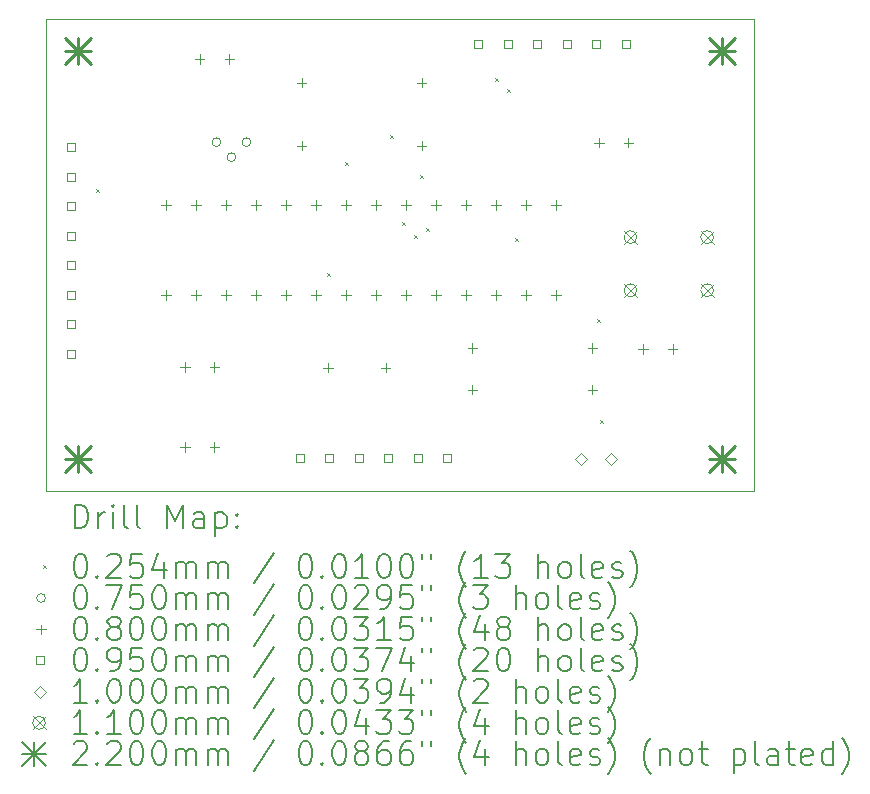
<source format=gbr>
%TF.GenerationSoftware,KiCad,Pcbnew,7.0.1*%
%TF.CreationDate,2023-04-20T23:10:40-05:00*%
%TF.ProjectId,epaper_board_layout,65706170-6572-45f6-926f-6172645f6c61,V01*%
%TF.SameCoordinates,Original*%
%TF.FileFunction,Drillmap*%
%TF.FilePolarity,Positive*%
%FSLAX45Y45*%
G04 Gerber Fmt 4.5, Leading zero omitted, Abs format (unit mm)*
G04 Created by KiCad (PCBNEW 7.0.1) date 2023-04-20 23:10:40*
%MOMM*%
%LPD*%
G01*
G04 APERTURE LIST*
%ADD10C,0.038100*%
%ADD11C,0.200000*%
%ADD12C,0.025400*%
%ADD13C,0.075000*%
%ADD14C,0.080000*%
%ADD15C,0.095000*%
%ADD16C,0.100000*%
%ADD17C,0.110000*%
%ADD18C,0.220000*%
G04 APERTURE END LIST*
D10*
X10000000Y-10000000D02*
X16000000Y-10000000D01*
X16000000Y-14000000D01*
X10000000Y-14000000D01*
X10000000Y-10000000D01*
D11*
D12*
X10429240Y-11445240D02*
X10454640Y-11470640D01*
X10454640Y-11445240D02*
X10429240Y-11470640D01*
X12382500Y-12153900D02*
X12407900Y-12179300D01*
X12407900Y-12153900D02*
X12382500Y-12179300D01*
X12534900Y-11214100D02*
X12560300Y-11239500D01*
X12560300Y-11214100D02*
X12534900Y-11239500D01*
X12915900Y-10985500D02*
X12941300Y-11010900D01*
X12941300Y-10985500D02*
X12915900Y-11010900D01*
X13014960Y-11722100D02*
X13040360Y-11747500D01*
X13040360Y-11722100D02*
X13014960Y-11747500D01*
X13119100Y-11828730D02*
X13144500Y-11854130D01*
X13144500Y-11828730D02*
X13119100Y-11854130D01*
X13169900Y-11324780D02*
X13195300Y-11350180D01*
X13195300Y-11324780D02*
X13169900Y-11350180D01*
X13220700Y-11772900D02*
X13246100Y-11798300D01*
X13246100Y-11772900D02*
X13220700Y-11798300D01*
X13804900Y-10505390D02*
X13830300Y-10530790D01*
X13830300Y-10505390D02*
X13804900Y-10530790D01*
X13906500Y-10591800D02*
X13931900Y-10617200D01*
X13931900Y-10591800D02*
X13906500Y-10617200D01*
X13971535Y-11853175D02*
X13996935Y-11878575D01*
X13996935Y-11853175D02*
X13971535Y-11878575D01*
X14668500Y-12545300D02*
X14693900Y-12570700D01*
X14693900Y-12545300D02*
X14668500Y-12570700D01*
X14691900Y-13400500D02*
X14717300Y-13425900D01*
X14717300Y-13400500D02*
X14691900Y-13425900D01*
D13*
X11482740Y-11046460D02*
G75*
G03*
X11482740Y-11046460I-37500J0D01*
G01*
X11609740Y-11173460D02*
G75*
G03*
X11609740Y-11173460I-37500J0D01*
G01*
X11736740Y-11046460D02*
G75*
G03*
X11736740Y-11046460I-37500J0D01*
G01*
D14*
X11018520Y-11539860D02*
X11018520Y-11619860D01*
X10978520Y-11579860D02*
X11058520Y-11579860D01*
X11018520Y-12301860D02*
X11018520Y-12381860D01*
X10978520Y-12341860D02*
X11058520Y-12341860D01*
X11178000Y-12908920D02*
X11178000Y-12988920D01*
X11138000Y-12948920D02*
X11218000Y-12948920D01*
X11178000Y-13587100D02*
X11178000Y-13667100D01*
X11138000Y-13627100D02*
X11218000Y-13627100D01*
X11272520Y-11539860D02*
X11272520Y-11619860D01*
X11232520Y-11579860D02*
X11312520Y-11579860D01*
X11272520Y-12301860D02*
X11272520Y-12381860D01*
X11232520Y-12341860D02*
X11312520Y-12341860D01*
X11303380Y-10300340D02*
X11303380Y-10380340D01*
X11263380Y-10340340D02*
X11343380Y-10340340D01*
X11428000Y-12908920D02*
X11428000Y-12988920D01*
X11388000Y-12948920D02*
X11468000Y-12948920D01*
X11428000Y-13587100D02*
X11428000Y-13667100D01*
X11388000Y-13627100D02*
X11468000Y-13627100D01*
X11526520Y-11539860D02*
X11526520Y-11619860D01*
X11486520Y-11579860D02*
X11566520Y-11579860D01*
X11526520Y-12301860D02*
X11526520Y-12381860D01*
X11486520Y-12341860D02*
X11566520Y-12341860D01*
X11553380Y-10300340D02*
X11553380Y-10380340D01*
X11513380Y-10340340D02*
X11593380Y-10340340D01*
X11780520Y-11539860D02*
X11780520Y-11619860D01*
X11740520Y-11579860D02*
X11820520Y-11579860D01*
X11780520Y-12301860D02*
X11780520Y-12381860D01*
X11740520Y-12341860D02*
X11820520Y-12341860D01*
X12034520Y-11539860D02*
X12034520Y-11619860D01*
X11994520Y-11579860D02*
X12074520Y-11579860D01*
X12034520Y-12301860D02*
X12034520Y-12381860D01*
X11994520Y-12341860D02*
X12074520Y-12341860D01*
X12166600Y-10501000D02*
X12166600Y-10581000D01*
X12126600Y-10541000D02*
X12206600Y-10541000D01*
X12166600Y-11034400D02*
X12166600Y-11114400D01*
X12126600Y-11074400D02*
X12206600Y-11074400D01*
X12288520Y-11539860D02*
X12288520Y-11619860D01*
X12248520Y-11579860D02*
X12328520Y-11579860D01*
X12288520Y-12301860D02*
X12288520Y-12381860D01*
X12248520Y-12341860D02*
X12328520Y-12341860D01*
X12389800Y-12914000D02*
X12389800Y-12994000D01*
X12349800Y-12954000D02*
X12429800Y-12954000D01*
X12542520Y-11539860D02*
X12542520Y-11619860D01*
X12502520Y-11579860D02*
X12582520Y-11579860D01*
X12542520Y-12301860D02*
X12542520Y-12381860D01*
X12502520Y-12341860D02*
X12582520Y-12341860D01*
X12796520Y-11539860D02*
X12796520Y-11619860D01*
X12756520Y-11579860D02*
X12836520Y-11579860D01*
X12796520Y-12301860D02*
X12796520Y-12381860D01*
X12756520Y-12341860D02*
X12836520Y-12341860D01*
X12877800Y-12914000D02*
X12877800Y-12994000D01*
X12837800Y-12954000D02*
X12917800Y-12954000D01*
X13050520Y-11539860D02*
X13050520Y-11619860D01*
X13010520Y-11579860D02*
X13090520Y-11579860D01*
X13050520Y-12301860D02*
X13050520Y-12381860D01*
X13010520Y-12341860D02*
X13090520Y-12341860D01*
X13182600Y-10501000D02*
X13182600Y-10581000D01*
X13142600Y-10541000D02*
X13222600Y-10541000D01*
X13182600Y-11034400D02*
X13182600Y-11114400D01*
X13142600Y-11074400D02*
X13222600Y-11074400D01*
X13304520Y-11539860D02*
X13304520Y-11619860D01*
X13264520Y-11579860D02*
X13344520Y-11579860D01*
X13304520Y-12301860D02*
X13304520Y-12381860D01*
X13264520Y-12341860D02*
X13344520Y-12341860D01*
X13558520Y-11539860D02*
X13558520Y-11619860D01*
X13518520Y-11579860D02*
X13598520Y-11579860D01*
X13558520Y-12301860D02*
X13558520Y-12381860D01*
X13518520Y-12341860D02*
X13598520Y-12341860D01*
X13611860Y-12748900D02*
X13611860Y-12828900D01*
X13571860Y-12788900D02*
X13651860Y-12788900D01*
X13611860Y-13101960D02*
X13611860Y-13181960D01*
X13571860Y-13141960D02*
X13651860Y-13141960D01*
X13812520Y-11539860D02*
X13812520Y-11619860D01*
X13772520Y-11579860D02*
X13852520Y-11579860D01*
X13812520Y-12301860D02*
X13812520Y-12381860D01*
X13772520Y-12341860D02*
X13852520Y-12341860D01*
X14066520Y-11539860D02*
X14066520Y-11619860D01*
X14026520Y-11579860D02*
X14106520Y-11579860D01*
X14066520Y-12301860D02*
X14066520Y-12381860D01*
X14026520Y-12341860D02*
X14106520Y-12341860D01*
X14320520Y-11539860D02*
X14320520Y-11619860D01*
X14280520Y-11579860D02*
X14360520Y-11579860D01*
X14320520Y-12301860D02*
X14320520Y-12381860D01*
X14280520Y-12341860D02*
X14360520Y-12341860D01*
X14627860Y-12748900D02*
X14627860Y-12828900D01*
X14587860Y-12788900D02*
X14667860Y-12788900D01*
X14627860Y-13101960D02*
X14627860Y-13181960D01*
X14587860Y-13141960D02*
X14667860Y-13141960D01*
X14683200Y-11009000D02*
X14683200Y-11089000D01*
X14643200Y-11049000D02*
X14723200Y-11049000D01*
X14933200Y-11009000D02*
X14933200Y-11089000D01*
X14893200Y-11049000D02*
X14973200Y-11049000D01*
X15056580Y-12756520D02*
X15056580Y-12836520D01*
X15016580Y-12796520D02*
X15096580Y-12796520D01*
X15306580Y-12756520D02*
X15306580Y-12836520D01*
X15266580Y-12796520D02*
X15346580Y-12796520D01*
D15*
X10246928Y-11121068D02*
X10246928Y-11053892D01*
X10179752Y-11053892D01*
X10179752Y-11121068D01*
X10246928Y-11121068D01*
X10246928Y-11371068D02*
X10246928Y-11303892D01*
X10179752Y-11303892D01*
X10179752Y-11371068D01*
X10246928Y-11371068D01*
X10246928Y-11621068D02*
X10246928Y-11553892D01*
X10179752Y-11553892D01*
X10179752Y-11621068D01*
X10246928Y-11621068D01*
X10246928Y-11871068D02*
X10246928Y-11803892D01*
X10179752Y-11803892D01*
X10179752Y-11871068D01*
X10246928Y-11871068D01*
X10246928Y-12121068D02*
X10246928Y-12053892D01*
X10179752Y-12053892D01*
X10179752Y-12121068D01*
X10246928Y-12121068D01*
X10246928Y-12371068D02*
X10246928Y-12303892D01*
X10179752Y-12303892D01*
X10179752Y-12371068D01*
X10246928Y-12371068D01*
X10246928Y-12621068D02*
X10246928Y-12553892D01*
X10179752Y-12553892D01*
X10179752Y-12621068D01*
X10246928Y-12621068D01*
X10246928Y-12871068D02*
X10246928Y-12803892D01*
X10179752Y-12803892D01*
X10179752Y-12871068D01*
X10246928Y-12871068D01*
X12182788Y-13757208D02*
X12182788Y-13690032D01*
X12115612Y-13690032D01*
X12115612Y-13757208D01*
X12182788Y-13757208D01*
X12432788Y-13757208D02*
X12432788Y-13690032D01*
X12365612Y-13690032D01*
X12365612Y-13757208D01*
X12432788Y-13757208D01*
X12682788Y-13757208D02*
X12682788Y-13690032D01*
X12615612Y-13690032D01*
X12615612Y-13757208D01*
X12682788Y-13757208D01*
X12932788Y-13757208D02*
X12932788Y-13690032D01*
X12865612Y-13690032D01*
X12865612Y-13757208D01*
X12932788Y-13757208D01*
X13182788Y-13757208D02*
X13182788Y-13690032D01*
X13115612Y-13690032D01*
X13115612Y-13757208D01*
X13182788Y-13757208D01*
X13432788Y-13757208D02*
X13432788Y-13690032D01*
X13365612Y-13690032D01*
X13365612Y-13757208D01*
X13432788Y-13757208D01*
X13693708Y-10246928D02*
X13693708Y-10179752D01*
X13626532Y-10179752D01*
X13626532Y-10246928D01*
X13693708Y-10246928D01*
X13943708Y-10246928D02*
X13943708Y-10179752D01*
X13876532Y-10179752D01*
X13876532Y-10246928D01*
X13943708Y-10246928D01*
X14193708Y-10246928D02*
X14193708Y-10179752D01*
X14126532Y-10179752D01*
X14126532Y-10246928D01*
X14193708Y-10246928D01*
X14443708Y-10246928D02*
X14443708Y-10179752D01*
X14376532Y-10179752D01*
X14376532Y-10246928D01*
X14443708Y-10246928D01*
X14693708Y-10246928D02*
X14693708Y-10179752D01*
X14626532Y-10179752D01*
X14626532Y-10246928D01*
X14693708Y-10246928D01*
X14943708Y-10246928D02*
X14943708Y-10179752D01*
X14876532Y-10179752D01*
X14876532Y-10246928D01*
X14943708Y-10246928D01*
D16*
X14532800Y-13776160D02*
X14582800Y-13726160D01*
X14532800Y-13676160D01*
X14482800Y-13726160D01*
X14532800Y-13776160D01*
X14782800Y-13776160D02*
X14832800Y-13726160D01*
X14782800Y-13676160D01*
X14732800Y-13726160D01*
X14782800Y-13776160D01*
D17*
X14895000Y-11795000D02*
X15005000Y-11905000D01*
X15005000Y-11795000D02*
X14895000Y-11905000D01*
X15005000Y-11850000D02*
G75*
G03*
X15005000Y-11850000I-55000J0D01*
G01*
X14895000Y-12245000D02*
X15005000Y-12355000D01*
X15005000Y-12245000D02*
X14895000Y-12355000D01*
X15005000Y-12300000D02*
G75*
G03*
X15005000Y-12300000I-55000J0D01*
G01*
X15545000Y-11795000D02*
X15655000Y-11905000D01*
X15655000Y-11795000D02*
X15545000Y-11905000D01*
X15655000Y-11850000D02*
G75*
G03*
X15655000Y-11850000I-55000J0D01*
G01*
X15545000Y-12245000D02*
X15655000Y-12355000D01*
X15655000Y-12245000D02*
X15545000Y-12355000D01*
X15655000Y-12300000D02*
G75*
G03*
X15655000Y-12300000I-55000J0D01*
G01*
D18*
X10165000Y-10165000D02*
X10385000Y-10385000D01*
X10385000Y-10165000D02*
X10165000Y-10385000D01*
X10275000Y-10165000D02*
X10275000Y-10385000D01*
X10165000Y-10275000D02*
X10385000Y-10275000D01*
X10165000Y-13615000D02*
X10385000Y-13835000D01*
X10385000Y-13615000D02*
X10165000Y-13835000D01*
X10275000Y-13615000D02*
X10275000Y-13835000D01*
X10165000Y-13725000D02*
X10385000Y-13725000D01*
X15615000Y-10165000D02*
X15835000Y-10385000D01*
X15835000Y-10165000D02*
X15615000Y-10385000D01*
X15725000Y-10165000D02*
X15725000Y-10385000D01*
X15615000Y-10275000D02*
X15835000Y-10275000D01*
X15615000Y-13615000D02*
X15835000Y-13835000D01*
X15835000Y-13615000D02*
X15615000Y-13835000D01*
X15725000Y-13615000D02*
X15725000Y-13835000D01*
X15615000Y-13725000D02*
X15835000Y-13725000D01*
D11*
X10245714Y-14314429D02*
X10245714Y-14114429D01*
X10245714Y-14114429D02*
X10293333Y-14114429D01*
X10293333Y-14114429D02*
X10321905Y-14123953D01*
X10321905Y-14123953D02*
X10340952Y-14143000D01*
X10340952Y-14143000D02*
X10350476Y-14162048D01*
X10350476Y-14162048D02*
X10360000Y-14200143D01*
X10360000Y-14200143D02*
X10360000Y-14228714D01*
X10360000Y-14228714D02*
X10350476Y-14266810D01*
X10350476Y-14266810D02*
X10340952Y-14285857D01*
X10340952Y-14285857D02*
X10321905Y-14304905D01*
X10321905Y-14304905D02*
X10293333Y-14314429D01*
X10293333Y-14314429D02*
X10245714Y-14314429D01*
X10445714Y-14314429D02*
X10445714Y-14181095D01*
X10445714Y-14219191D02*
X10455238Y-14200143D01*
X10455238Y-14200143D02*
X10464762Y-14190619D01*
X10464762Y-14190619D02*
X10483809Y-14181095D01*
X10483809Y-14181095D02*
X10502857Y-14181095D01*
X10569524Y-14314429D02*
X10569524Y-14181095D01*
X10569524Y-14114429D02*
X10560000Y-14123953D01*
X10560000Y-14123953D02*
X10569524Y-14133476D01*
X10569524Y-14133476D02*
X10579047Y-14123953D01*
X10579047Y-14123953D02*
X10569524Y-14114429D01*
X10569524Y-14114429D02*
X10569524Y-14133476D01*
X10693333Y-14314429D02*
X10674285Y-14304905D01*
X10674285Y-14304905D02*
X10664762Y-14285857D01*
X10664762Y-14285857D02*
X10664762Y-14114429D01*
X10798095Y-14314429D02*
X10779047Y-14304905D01*
X10779047Y-14304905D02*
X10769524Y-14285857D01*
X10769524Y-14285857D02*
X10769524Y-14114429D01*
X11026666Y-14314429D02*
X11026666Y-14114429D01*
X11026666Y-14114429D02*
X11093333Y-14257286D01*
X11093333Y-14257286D02*
X11160000Y-14114429D01*
X11160000Y-14114429D02*
X11160000Y-14314429D01*
X11340952Y-14314429D02*
X11340952Y-14209667D01*
X11340952Y-14209667D02*
X11331428Y-14190619D01*
X11331428Y-14190619D02*
X11312381Y-14181095D01*
X11312381Y-14181095D02*
X11274285Y-14181095D01*
X11274285Y-14181095D02*
X11255238Y-14190619D01*
X11340952Y-14304905D02*
X11321904Y-14314429D01*
X11321904Y-14314429D02*
X11274285Y-14314429D01*
X11274285Y-14314429D02*
X11255238Y-14304905D01*
X11255238Y-14304905D02*
X11245714Y-14285857D01*
X11245714Y-14285857D02*
X11245714Y-14266810D01*
X11245714Y-14266810D02*
X11255238Y-14247762D01*
X11255238Y-14247762D02*
X11274285Y-14238238D01*
X11274285Y-14238238D02*
X11321904Y-14238238D01*
X11321904Y-14238238D02*
X11340952Y-14228714D01*
X11436190Y-14181095D02*
X11436190Y-14381095D01*
X11436190Y-14190619D02*
X11455238Y-14181095D01*
X11455238Y-14181095D02*
X11493333Y-14181095D01*
X11493333Y-14181095D02*
X11512381Y-14190619D01*
X11512381Y-14190619D02*
X11521904Y-14200143D01*
X11521904Y-14200143D02*
X11531428Y-14219191D01*
X11531428Y-14219191D02*
X11531428Y-14276333D01*
X11531428Y-14276333D02*
X11521904Y-14295381D01*
X11521904Y-14295381D02*
X11512381Y-14304905D01*
X11512381Y-14304905D02*
X11493333Y-14314429D01*
X11493333Y-14314429D02*
X11455238Y-14314429D01*
X11455238Y-14314429D02*
X11436190Y-14304905D01*
X11617143Y-14295381D02*
X11626666Y-14304905D01*
X11626666Y-14304905D02*
X11617143Y-14314429D01*
X11617143Y-14314429D02*
X11607619Y-14304905D01*
X11607619Y-14304905D02*
X11617143Y-14295381D01*
X11617143Y-14295381D02*
X11617143Y-14314429D01*
X11617143Y-14190619D02*
X11626666Y-14200143D01*
X11626666Y-14200143D02*
X11617143Y-14209667D01*
X11617143Y-14209667D02*
X11607619Y-14200143D01*
X11607619Y-14200143D02*
X11617143Y-14190619D01*
X11617143Y-14190619D02*
X11617143Y-14209667D01*
D12*
X9972695Y-14629205D02*
X9998095Y-14654605D01*
X9998095Y-14629205D02*
X9972695Y-14654605D01*
D11*
X10283809Y-14534429D02*
X10302857Y-14534429D01*
X10302857Y-14534429D02*
X10321905Y-14543953D01*
X10321905Y-14543953D02*
X10331428Y-14553476D01*
X10331428Y-14553476D02*
X10340952Y-14572524D01*
X10340952Y-14572524D02*
X10350476Y-14610619D01*
X10350476Y-14610619D02*
X10350476Y-14658238D01*
X10350476Y-14658238D02*
X10340952Y-14696333D01*
X10340952Y-14696333D02*
X10331428Y-14715381D01*
X10331428Y-14715381D02*
X10321905Y-14724905D01*
X10321905Y-14724905D02*
X10302857Y-14734429D01*
X10302857Y-14734429D02*
X10283809Y-14734429D01*
X10283809Y-14734429D02*
X10264762Y-14724905D01*
X10264762Y-14724905D02*
X10255238Y-14715381D01*
X10255238Y-14715381D02*
X10245714Y-14696333D01*
X10245714Y-14696333D02*
X10236190Y-14658238D01*
X10236190Y-14658238D02*
X10236190Y-14610619D01*
X10236190Y-14610619D02*
X10245714Y-14572524D01*
X10245714Y-14572524D02*
X10255238Y-14553476D01*
X10255238Y-14553476D02*
X10264762Y-14543953D01*
X10264762Y-14543953D02*
X10283809Y-14534429D01*
X10436190Y-14715381D02*
X10445714Y-14724905D01*
X10445714Y-14724905D02*
X10436190Y-14734429D01*
X10436190Y-14734429D02*
X10426666Y-14724905D01*
X10426666Y-14724905D02*
X10436190Y-14715381D01*
X10436190Y-14715381D02*
X10436190Y-14734429D01*
X10521905Y-14553476D02*
X10531428Y-14543953D01*
X10531428Y-14543953D02*
X10550476Y-14534429D01*
X10550476Y-14534429D02*
X10598095Y-14534429D01*
X10598095Y-14534429D02*
X10617143Y-14543953D01*
X10617143Y-14543953D02*
X10626666Y-14553476D01*
X10626666Y-14553476D02*
X10636190Y-14572524D01*
X10636190Y-14572524D02*
X10636190Y-14591572D01*
X10636190Y-14591572D02*
X10626666Y-14620143D01*
X10626666Y-14620143D02*
X10512381Y-14734429D01*
X10512381Y-14734429D02*
X10636190Y-14734429D01*
X10817143Y-14534429D02*
X10721905Y-14534429D01*
X10721905Y-14534429D02*
X10712381Y-14629667D01*
X10712381Y-14629667D02*
X10721905Y-14620143D01*
X10721905Y-14620143D02*
X10740952Y-14610619D01*
X10740952Y-14610619D02*
X10788571Y-14610619D01*
X10788571Y-14610619D02*
X10807619Y-14620143D01*
X10807619Y-14620143D02*
X10817143Y-14629667D01*
X10817143Y-14629667D02*
X10826666Y-14648714D01*
X10826666Y-14648714D02*
X10826666Y-14696333D01*
X10826666Y-14696333D02*
X10817143Y-14715381D01*
X10817143Y-14715381D02*
X10807619Y-14724905D01*
X10807619Y-14724905D02*
X10788571Y-14734429D01*
X10788571Y-14734429D02*
X10740952Y-14734429D01*
X10740952Y-14734429D02*
X10721905Y-14724905D01*
X10721905Y-14724905D02*
X10712381Y-14715381D01*
X10998095Y-14601095D02*
X10998095Y-14734429D01*
X10950476Y-14524905D02*
X10902857Y-14667762D01*
X10902857Y-14667762D02*
X11026666Y-14667762D01*
X11102857Y-14734429D02*
X11102857Y-14601095D01*
X11102857Y-14620143D02*
X11112381Y-14610619D01*
X11112381Y-14610619D02*
X11131428Y-14601095D01*
X11131428Y-14601095D02*
X11160000Y-14601095D01*
X11160000Y-14601095D02*
X11179047Y-14610619D01*
X11179047Y-14610619D02*
X11188571Y-14629667D01*
X11188571Y-14629667D02*
X11188571Y-14734429D01*
X11188571Y-14629667D02*
X11198095Y-14610619D01*
X11198095Y-14610619D02*
X11217143Y-14601095D01*
X11217143Y-14601095D02*
X11245714Y-14601095D01*
X11245714Y-14601095D02*
X11264762Y-14610619D01*
X11264762Y-14610619D02*
X11274285Y-14629667D01*
X11274285Y-14629667D02*
X11274285Y-14734429D01*
X11369524Y-14734429D02*
X11369524Y-14601095D01*
X11369524Y-14620143D02*
X11379047Y-14610619D01*
X11379047Y-14610619D02*
X11398095Y-14601095D01*
X11398095Y-14601095D02*
X11426666Y-14601095D01*
X11426666Y-14601095D02*
X11445714Y-14610619D01*
X11445714Y-14610619D02*
X11455238Y-14629667D01*
X11455238Y-14629667D02*
X11455238Y-14734429D01*
X11455238Y-14629667D02*
X11464762Y-14610619D01*
X11464762Y-14610619D02*
X11483809Y-14601095D01*
X11483809Y-14601095D02*
X11512381Y-14601095D01*
X11512381Y-14601095D02*
X11531428Y-14610619D01*
X11531428Y-14610619D02*
X11540952Y-14629667D01*
X11540952Y-14629667D02*
X11540952Y-14734429D01*
X11931428Y-14524905D02*
X11760000Y-14782048D01*
X12188571Y-14534429D02*
X12207619Y-14534429D01*
X12207619Y-14534429D02*
X12226667Y-14543953D01*
X12226667Y-14543953D02*
X12236190Y-14553476D01*
X12236190Y-14553476D02*
X12245714Y-14572524D01*
X12245714Y-14572524D02*
X12255238Y-14610619D01*
X12255238Y-14610619D02*
X12255238Y-14658238D01*
X12255238Y-14658238D02*
X12245714Y-14696333D01*
X12245714Y-14696333D02*
X12236190Y-14715381D01*
X12236190Y-14715381D02*
X12226667Y-14724905D01*
X12226667Y-14724905D02*
X12207619Y-14734429D01*
X12207619Y-14734429D02*
X12188571Y-14734429D01*
X12188571Y-14734429D02*
X12169524Y-14724905D01*
X12169524Y-14724905D02*
X12160000Y-14715381D01*
X12160000Y-14715381D02*
X12150476Y-14696333D01*
X12150476Y-14696333D02*
X12140952Y-14658238D01*
X12140952Y-14658238D02*
X12140952Y-14610619D01*
X12140952Y-14610619D02*
X12150476Y-14572524D01*
X12150476Y-14572524D02*
X12160000Y-14553476D01*
X12160000Y-14553476D02*
X12169524Y-14543953D01*
X12169524Y-14543953D02*
X12188571Y-14534429D01*
X12340952Y-14715381D02*
X12350476Y-14724905D01*
X12350476Y-14724905D02*
X12340952Y-14734429D01*
X12340952Y-14734429D02*
X12331428Y-14724905D01*
X12331428Y-14724905D02*
X12340952Y-14715381D01*
X12340952Y-14715381D02*
X12340952Y-14734429D01*
X12474286Y-14534429D02*
X12493333Y-14534429D01*
X12493333Y-14534429D02*
X12512381Y-14543953D01*
X12512381Y-14543953D02*
X12521905Y-14553476D01*
X12521905Y-14553476D02*
X12531428Y-14572524D01*
X12531428Y-14572524D02*
X12540952Y-14610619D01*
X12540952Y-14610619D02*
X12540952Y-14658238D01*
X12540952Y-14658238D02*
X12531428Y-14696333D01*
X12531428Y-14696333D02*
X12521905Y-14715381D01*
X12521905Y-14715381D02*
X12512381Y-14724905D01*
X12512381Y-14724905D02*
X12493333Y-14734429D01*
X12493333Y-14734429D02*
X12474286Y-14734429D01*
X12474286Y-14734429D02*
X12455238Y-14724905D01*
X12455238Y-14724905D02*
X12445714Y-14715381D01*
X12445714Y-14715381D02*
X12436190Y-14696333D01*
X12436190Y-14696333D02*
X12426667Y-14658238D01*
X12426667Y-14658238D02*
X12426667Y-14610619D01*
X12426667Y-14610619D02*
X12436190Y-14572524D01*
X12436190Y-14572524D02*
X12445714Y-14553476D01*
X12445714Y-14553476D02*
X12455238Y-14543953D01*
X12455238Y-14543953D02*
X12474286Y-14534429D01*
X12731428Y-14734429D02*
X12617143Y-14734429D01*
X12674286Y-14734429D02*
X12674286Y-14534429D01*
X12674286Y-14534429D02*
X12655238Y-14563000D01*
X12655238Y-14563000D02*
X12636190Y-14582048D01*
X12636190Y-14582048D02*
X12617143Y-14591572D01*
X12855238Y-14534429D02*
X12874286Y-14534429D01*
X12874286Y-14534429D02*
X12893333Y-14543953D01*
X12893333Y-14543953D02*
X12902857Y-14553476D01*
X12902857Y-14553476D02*
X12912381Y-14572524D01*
X12912381Y-14572524D02*
X12921905Y-14610619D01*
X12921905Y-14610619D02*
X12921905Y-14658238D01*
X12921905Y-14658238D02*
X12912381Y-14696333D01*
X12912381Y-14696333D02*
X12902857Y-14715381D01*
X12902857Y-14715381D02*
X12893333Y-14724905D01*
X12893333Y-14724905D02*
X12874286Y-14734429D01*
X12874286Y-14734429D02*
X12855238Y-14734429D01*
X12855238Y-14734429D02*
X12836190Y-14724905D01*
X12836190Y-14724905D02*
X12826667Y-14715381D01*
X12826667Y-14715381D02*
X12817143Y-14696333D01*
X12817143Y-14696333D02*
X12807619Y-14658238D01*
X12807619Y-14658238D02*
X12807619Y-14610619D01*
X12807619Y-14610619D02*
X12817143Y-14572524D01*
X12817143Y-14572524D02*
X12826667Y-14553476D01*
X12826667Y-14553476D02*
X12836190Y-14543953D01*
X12836190Y-14543953D02*
X12855238Y-14534429D01*
X13045714Y-14534429D02*
X13064762Y-14534429D01*
X13064762Y-14534429D02*
X13083809Y-14543953D01*
X13083809Y-14543953D02*
X13093333Y-14553476D01*
X13093333Y-14553476D02*
X13102857Y-14572524D01*
X13102857Y-14572524D02*
X13112381Y-14610619D01*
X13112381Y-14610619D02*
X13112381Y-14658238D01*
X13112381Y-14658238D02*
X13102857Y-14696333D01*
X13102857Y-14696333D02*
X13093333Y-14715381D01*
X13093333Y-14715381D02*
X13083809Y-14724905D01*
X13083809Y-14724905D02*
X13064762Y-14734429D01*
X13064762Y-14734429D02*
X13045714Y-14734429D01*
X13045714Y-14734429D02*
X13026667Y-14724905D01*
X13026667Y-14724905D02*
X13017143Y-14715381D01*
X13017143Y-14715381D02*
X13007619Y-14696333D01*
X13007619Y-14696333D02*
X12998095Y-14658238D01*
X12998095Y-14658238D02*
X12998095Y-14610619D01*
X12998095Y-14610619D02*
X13007619Y-14572524D01*
X13007619Y-14572524D02*
X13017143Y-14553476D01*
X13017143Y-14553476D02*
X13026667Y-14543953D01*
X13026667Y-14543953D02*
X13045714Y-14534429D01*
X13188571Y-14534429D02*
X13188571Y-14572524D01*
X13264762Y-14534429D02*
X13264762Y-14572524D01*
X13560000Y-14810619D02*
X13550476Y-14801095D01*
X13550476Y-14801095D02*
X13531429Y-14772524D01*
X13531429Y-14772524D02*
X13521905Y-14753476D01*
X13521905Y-14753476D02*
X13512381Y-14724905D01*
X13512381Y-14724905D02*
X13502857Y-14677286D01*
X13502857Y-14677286D02*
X13502857Y-14639191D01*
X13502857Y-14639191D02*
X13512381Y-14591572D01*
X13512381Y-14591572D02*
X13521905Y-14563000D01*
X13521905Y-14563000D02*
X13531429Y-14543953D01*
X13531429Y-14543953D02*
X13550476Y-14515381D01*
X13550476Y-14515381D02*
X13560000Y-14505857D01*
X13740952Y-14734429D02*
X13626667Y-14734429D01*
X13683809Y-14734429D02*
X13683809Y-14534429D01*
X13683809Y-14534429D02*
X13664762Y-14563000D01*
X13664762Y-14563000D02*
X13645714Y-14582048D01*
X13645714Y-14582048D02*
X13626667Y-14591572D01*
X13807619Y-14534429D02*
X13931429Y-14534429D01*
X13931429Y-14534429D02*
X13864762Y-14610619D01*
X13864762Y-14610619D02*
X13893333Y-14610619D01*
X13893333Y-14610619D02*
X13912381Y-14620143D01*
X13912381Y-14620143D02*
X13921905Y-14629667D01*
X13921905Y-14629667D02*
X13931429Y-14648714D01*
X13931429Y-14648714D02*
X13931429Y-14696333D01*
X13931429Y-14696333D02*
X13921905Y-14715381D01*
X13921905Y-14715381D02*
X13912381Y-14724905D01*
X13912381Y-14724905D02*
X13893333Y-14734429D01*
X13893333Y-14734429D02*
X13836190Y-14734429D01*
X13836190Y-14734429D02*
X13817143Y-14724905D01*
X13817143Y-14724905D02*
X13807619Y-14715381D01*
X14169524Y-14734429D02*
X14169524Y-14534429D01*
X14255238Y-14734429D02*
X14255238Y-14629667D01*
X14255238Y-14629667D02*
X14245714Y-14610619D01*
X14245714Y-14610619D02*
X14226667Y-14601095D01*
X14226667Y-14601095D02*
X14198095Y-14601095D01*
X14198095Y-14601095D02*
X14179048Y-14610619D01*
X14179048Y-14610619D02*
X14169524Y-14620143D01*
X14379048Y-14734429D02*
X14360000Y-14724905D01*
X14360000Y-14724905D02*
X14350476Y-14715381D01*
X14350476Y-14715381D02*
X14340952Y-14696333D01*
X14340952Y-14696333D02*
X14340952Y-14639191D01*
X14340952Y-14639191D02*
X14350476Y-14620143D01*
X14350476Y-14620143D02*
X14360000Y-14610619D01*
X14360000Y-14610619D02*
X14379048Y-14601095D01*
X14379048Y-14601095D02*
X14407619Y-14601095D01*
X14407619Y-14601095D02*
X14426667Y-14610619D01*
X14426667Y-14610619D02*
X14436191Y-14620143D01*
X14436191Y-14620143D02*
X14445714Y-14639191D01*
X14445714Y-14639191D02*
X14445714Y-14696333D01*
X14445714Y-14696333D02*
X14436191Y-14715381D01*
X14436191Y-14715381D02*
X14426667Y-14724905D01*
X14426667Y-14724905D02*
X14407619Y-14734429D01*
X14407619Y-14734429D02*
X14379048Y-14734429D01*
X14560000Y-14734429D02*
X14540952Y-14724905D01*
X14540952Y-14724905D02*
X14531429Y-14705857D01*
X14531429Y-14705857D02*
X14531429Y-14534429D01*
X14712381Y-14724905D02*
X14693333Y-14734429D01*
X14693333Y-14734429D02*
X14655238Y-14734429D01*
X14655238Y-14734429D02*
X14636191Y-14724905D01*
X14636191Y-14724905D02*
X14626667Y-14705857D01*
X14626667Y-14705857D02*
X14626667Y-14629667D01*
X14626667Y-14629667D02*
X14636191Y-14610619D01*
X14636191Y-14610619D02*
X14655238Y-14601095D01*
X14655238Y-14601095D02*
X14693333Y-14601095D01*
X14693333Y-14601095D02*
X14712381Y-14610619D01*
X14712381Y-14610619D02*
X14721905Y-14629667D01*
X14721905Y-14629667D02*
X14721905Y-14648714D01*
X14721905Y-14648714D02*
X14626667Y-14667762D01*
X14798095Y-14724905D02*
X14817143Y-14734429D01*
X14817143Y-14734429D02*
X14855238Y-14734429D01*
X14855238Y-14734429D02*
X14874286Y-14724905D01*
X14874286Y-14724905D02*
X14883810Y-14705857D01*
X14883810Y-14705857D02*
X14883810Y-14696333D01*
X14883810Y-14696333D02*
X14874286Y-14677286D01*
X14874286Y-14677286D02*
X14855238Y-14667762D01*
X14855238Y-14667762D02*
X14826667Y-14667762D01*
X14826667Y-14667762D02*
X14807619Y-14658238D01*
X14807619Y-14658238D02*
X14798095Y-14639191D01*
X14798095Y-14639191D02*
X14798095Y-14629667D01*
X14798095Y-14629667D02*
X14807619Y-14610619D01*
X14807619Y-14610619D02*
X14826667Y-14601095D01*
X14826667Y-14601095D02*
X14855238Y-14601095D01*
X14855238Y-14601095D02*
X14874286Y-14610619D01*
X14950476Y-14810619D02*
X14960000Y-14801095D01*
X14960000Y-14801095D02*
X14979048Y-14772524D01*
X14979048Y-14772524D02*
X14988572Y-14753476D01*
X14988572Y-14753476D02*
X14998095Y-14724905D01*
X14998095Y-14724905D02*
X15007619Y-14677286D01*
X15007619Y-14677286D02*
X15007619Y-14639191D01*
X15007619Y-14639191D02*
X14998095Y-14591572D01*
X14998095Y-14591572D02*
X14988572Y-14563000D01*
X14988572Y-14563000D02*
X14979048Y-14543953D01*
X14979048Y-14543953D02*
X14960000Y-14515381D01*
X14960000Y-14515381D02*
X14950476Y-14505857D01*
D13*
X9998095Y-14905905D02*
G75*
G03*
X9998095Y-14905905I-37500J0D01*
G01*
D11*
X10283809Y-14798429D02*
X10302857Y-14798429D01*
X10302857Y-14798429D02*
X10321905Y-14807953D01*
X10321905Y-14807953D02*
X10331428Y-14817476D01*
X10331428Y-14817476D02*
X10340952Y-14836524D01*
X10340952Y-14836524D02*
X10350476Y-14874619D01*
X10350476Y-14874619D02*
X10350476Y-14922238D01*
X10350476Y-14922238D02*
X10340952Y-14960333D01*
X10340952Y-14960333D02*
X10331428Y-14979381D01*
X10331428Y-14979381D02*
X10321905Y-14988905D01*
X10321905Y-14988905D02*
X10302857Y-14998429D01*
X10302857Y-14998429D02*
X10283809Y-14998429D01*
X10283809Y-14998429D02*
X10264762Y-14988905D01*
X10264762Y-14988905D02*
X10255238Y-14979381D01*
X10255238Y-14979381D02*
X10245714Y-14960333D01*
X10245714Y-14960333D02*
X10236190Y-14922238D01*
X10236190Y-14922238D02*
X10236190Y-14874619D01*
X10236190Y-14874619D02*
X10245714Y-14836524D01*
X10245714Y-14836524D02*
X10255238Y-14817476D01*
X10255238Y-14817476D02*
X10264762Y-14807953D01*
X10264762Y-14807953D02*
X10283809Y-14798429D01*
X10436190Y-14979381D02*
X10445714Y-14988905D01*
X10445714Y-14988905D02*
X10436190Y-14998429D01*
X10436190Y-14998429D02*
X10426666Y-14988905D01*
X10426666Y-14988905D02*
X10436190Y-14979381D01*
X10436190Y-14979381D02*
X10436190Y-14998429D01*
X10512381Y-14798429D02*
X10645714Y-14798429D01*
X10645714Y-14798429D02*
X10560000Y-14998429D01*
X10817143Y-14798429D02*
X10721905Y-14798429D01*
X10721905Y-14798429D02*
X10712381Y-14893667D01*
X10712381Y-14893667D02*
X10721905Y-14884143D01*
X10721905Y-14884143D02*
X10740952Y-14874619D01*
X10740952Y-14874619D02*
X10788571Y-14874619D01*
X10788571Y-14874619D02*
X10807619Y-14884143D01*
X10807619Y-14884143D02*
X10817143Y-14893667D01*
X10817143Y-14893667D02*
X10826666Y-14912714D01*
X10826666Y-14912714D02*
X10826666Y-14960333D01*
X10826666Y-14960333D02*
X10817143Y-14979381D01*
X10817143Y-14979381D02*
X10807619Y-14988905D01*
X10807619Y-14988905D02*
X10788571Y-14998429D01*
X10788571Y-14998429D02*
X10740952Y-14998429D01*
X10740952Y-14998429D02*
X10721905Y-14988905D01*
X10721905Y-14988905D02*
X10712381Y-14979381D01*
X10950476Y-14798429D02*
X10969524Y-14798429D01*
X10969524Y-14798429D02*
X10988571Y-14807953D01*
X10988571Y-14807953D02*
X10998095Y-14817476D01*
X10998095Y-14817476D02*
X11007619Y-14836524D01*
X11007619Y-14836524D02*
X11017143Y-14874619D01*
X11017143Y-14874619D02*
X11017143Y-14922238D01*
X11017143Y-14922238D02*
X11007619Y-14960333D01*
X11007619Y-14960333D02*
X10998095Y-14979381D01*
X10998095Y-14979381D02*
X10988571Y-14988905D01*
X10988571Y-14988905D02*
X10969524Y-14998429D01*
X10969524Y-14998429D02*
X10950476Y-14998429D01*
X10950476Y-14998429D02*
X10931428Y-14988905D01*
X10931428Y-14988905D02*
X10921905Y-14979381D01*
X10921905Y-14979381D02*
X10912381Y-14960333D01*
X10912381Y-14960333D02*
X10902857Y-14922238D01*
X10902857Y-14922238D02*
X10902857Y-14874619D01*
X10902857Y-14874619D02*
X10912381Y-14836524D01*
X10912381Y-14836524D02*
X10921905Y-14817476D01*
X10921905Y-14817476D02*
X10931428Y-14807953D01*
X10931428Y-14807953D02*
X10950476Y-14798429D01*
X11102857Y-14998429D02*
X11102857Y-14865095D01*
X11102857Y-14884143D02*
X11112381Y-14874619D01*
X11112381Y-14874619D02*
X11131428Y-14865095D01*
X11131428Y-14865095D02*
X11160000Y-14865095D01*
X11160000Y-14865095D02*
X11179047Y-14874619D01*
X11179047Y-14874619D02*
X11188571Y-14893667D01*
X11188571Y-14893667D02*
X11188571Y-14998429D01*
X11188571Y-14893667D02*
X11198095Y-14874619D01*
X11198095Y-14874619D02*
X11217143Y-14865095D01*
X11217143Y-14865095D02*
X11245714Y-14865095D01*
X11245714Y-14865095D02*
X11264762Y-14874619D01*
X11264762Y-14874619D02*
X11274285Y-14893667D01*
X11274285Y-14893667D02*
X11274285Y-14998429D01*
X11369524Y-14998429D02*
X11369524Y-14865095D01*
X11369524Y-14884143D02*
X11379047Y-14874619D01*
X11379047Y-14874619D02*
X11398095Y-14865095D01*
X11398095Y-14865095D02*
X11426666Y-14865095D01*
X11426666Y-14865095D02*
X11445714Y-14874619D01*
X11445714Y-14874619D02*
X11455238Y-14893667D01*
X11455238Y-14893667D02*
X11455238Y-14998429D01*
X11455238Y-14893667D02*
X11464762Y-14874619D01*
X11464762Y-14874619D02*
X11483809Y-14865095D01*
X11483809Y-14865095D02*
X11512381Y-14865095D01*
X11512381Y-14865095D02*
X11531428Y-14874619D01*
X11531428Y-14874619D02*
X11540952Y-14893667D01*
X11540952Y-14893667D02*
X11540952Y-14998429D01*
X11931428Y-14788905D02*
X11760000Y-15046048D01*
X12188571Y-14798429D02*
X12207619Y-14798429D01*
X12207619Y-14798429D02*
X12226667Y-14807953D01*
X12226667Y-14807953D02*
X12236190Y-14817476D01*
X12236190Y-14817476D02*
X12245714Y-14836524D01*
X12245714Y-14836524D02*
X12255238Y-14874619D01*
X12255238Y-14874619D02*
X12255238Y-14922238D01*
X12255238Y-14922238D02*
X12245714Y-14960333D01*
X12245714Y-14960333D02*
X12236190Y-14979381D01*
X12236190Y-14979381D02*
X12226667Y-14988905D01*
X12226667Y-14988905D02*
X12207619Y-14998429D01*
X12207619Y-14998429D02*
X12188571Y-14998429D01*
X12188571Y-14998429D02*
X12169524Y-14988905D01*
X12169524Y-14988905D02*
X12160000Y-14979381D01*
X12160000Y-14979381D02*
X12150476Y-14960333D01*
X12150476Y-14960333D02*
X12140952Y-14922238D01*
X12140952Y-14922238D02*
X12140952Y-14874619D01*
X12140952Y-14874619D02*
X12150476Y-14836524D01*
X12150476Y-14836524D02*
X12160000Y-14817476D01*
X12160000Y-14817476D02*
X12169524Y-14807953D01*
X12169524Y-14807953D02*
X12188571Y-14798429D01*
X12340952Y-14979381D02*
X12350476Y-14988905D01*
X12350476Y-14988905D02*
X12340952Y-14998429D01*
X12340952Y-14998429D02*
X12331428Y-14988905D01*
X12331428Y-14988905D02*
X12340952Y-14979381D01*
X12340952Y-14979381D02*
X12340952Y-14998429D01*
X12474286Y-14798429D02*
X12493333Y-14798429D01*
X12493333Y-14798429D02*
X12512381Y-14807953D01*
X12512381Y-14807953D02*
X12521905Y-14817476D01*
X12521905Y-14817476D02*
X12531428Y-14836524D01*
X12531428Y-14836524D02*
X12540952Y-14874619D01*
X12540952Y-14874619D02*
X12540952Y-14922238D01*
X12540952Y-14922238D02*
X12531428Y-14960333D01*
X12531428Y-14960333D02*
X12521905Y-14979381D01*
X12521905Y-14979381D02*
X12512381Y-14988905D01*
X12512381Y-14988905D02*
X12493333Y-14998429D01*
X12493333Y-14998429D02*
X12474286Y-14998429D01*
X12474286Y-14998429D02*
X12455238Y-14988905D01*
X12455238Y-14988905D02*
X12445714Y-14979381D01*
X12445714Y-14979381D02*
X12436190Y-14960333D01*
X12436190Y-14960333D02*
X12426667Y-14922238D01*
X12426667Y-14922238D02*
X12426667Y-14874619D01*
X12426667Y-14874619D02*
X12436190Y-14836524D01*
X12436190Y-14836524D02*
X12445714Y-14817476D01*
X12445714Y-14817476D02*
X12455238Y-14807953D01*
X12455238Y-14807953D02*
X12474286Y-14798429D01*
X12617143Y-14817476D02*
X12626667Y-14807953D01*
X12626667Y-14807953D02*
X12645714Y-14798429D01*
X12645714Y-14798429D02*
X12693333Y-14798429D01*
X12693333Y-14798429D02*
X12712381Y-14807953D01*
X12712381Y-14807953D02*
X12721905Y-14817476D01*
X12721905Y-14817476D02*
X12731428Y-14836524D01*
X12731428Y-14836524D02*
X12731428Y-14855572D01*
X12731428Y-14855572D02*
X12721905Y-14884143D01*
X12721905Y-14884143D02*
X12607619Y-14998429D01*
X12607619Y-14998429D02*
X12731428Y-14998429D01*
X12826667Y-14998429D02*
X12864762Y-14998429D01*
X12864762Y-14998429D02*
X12883809Y-14988905D01*
X12883809Y-14988905D02*
X12893333Y-14979381D01*
X12893333Y-14979381D02*
X12912381Y-14950810D01*
X12912381Y-14950810D02*
X12921905Y-14912714D01*
X12921905Y-14912714D02*
X12921905Y-14836524D01*
X12921905Y-14836524D02*
X12912381Y-14817476D01*
X12912381Y-14817476D02*
X12902857Y-14807953D01*
X12902857Y-14807953D02*
X12883809Y-14798429D01*
X12883809Y-14798429D02*
X12845714Y-14798429D01*
X12845714Y-14798429D02*
X12826667Y-14807953D01*
X12826667Y-14807953D02*
X12817143Y-14817476D01*
X12817143Y-14817476D02*
X12807619Y-14836524D01*
X12807619Y-14836524D02*
X12807619Y-14884143D01*
X12807619Y-14884143D02*
X12817143Y-14903191D01*
X12817143Y-14903191D02*
X12826667Y-14912714D01*
X12826667Y-14912714D02*
X12845714Y-14922238D01*
X12845714Y-14922238D02*
X12883809Y-14922238D01*
X12883809Y-14922238D02*
X12902857Y-14912714D01*
X12902857Y-14912714D02*
X12912381Y-14903191D01*
X12912381Y-14903191D02*
X12921905Y-14884143D01*
X13102857Y-14798429D02*
X13007619Y-14798429D01*
X13007619Y-14798429D02*
X12998095Y-14893667D01*
X12998095Y-14893667D02*
X13007619Y-14884143D01*
X13007619Y-14884143D02*
X13026667Y-14874619D01*
X13026667Y-14874619D02*
X13074286Y-14874619D01*
X13074286Y-14874619D02*
X13093333Y-14884143D01*
X13093333Y-14884143D02*
X13102857Y-14893667D01*
X13102857Y-14893667D02*
X13112381Y-14912714D01*
X13112381Y-14912714D02*
X13112381Y-14960333D01*
X13112381Y-14960333D02*
X13102857Y-14979381D01*
X13102857Y-14979381D02*
X13093333Y-14988905D01*
X13093333Y-14988905D02*
X13074286Y-14998429D01*
X13074286Y-14998429D02*
X13026667Y-14998429D01*
X13026667Y-14998429D02*
X13007619Y-14988905D01*
X13007619Y-14988905D02*
X12998095Y-14979381D01*
X13188571Y-14798429D02*
X13188571Y-14836524D01*
X13264762Y-14798429D02*
X13264762Y-14836524D01*
X13560000Y-15074619D02*
X13550476Y-15065095D01*
X13550476Y-15065095D02*
X13531429Y-15036524D01*
X13531429Y-15036524D02*
X13521905Y-15017476D01*
X13521905Y-15017476D02*
X13512381Y-14988905D01*
X13512381Y-14988905D02*
X13502857Y-14941286D01*
X13502857Y-14941286D02*
X13502857Y-14903191D01*
X13502857Y-14903191D02*
X13512381Y-14855572D01*
X13512381Y-14855572D02*
X13521905Y-14827000D01*
X13521905Y-14827000D02*
X13531429Y-14807953D01*
X13531429Y-14807953D02*
X13550476Y-14779381D01*
X13550476Y-14779381D02*
X13560000Y-14769857D01*
X13617143Y-14798429D02*
X13740952Y-14798429D01*
X13740952Y-14798429D02*
X13674286Y-14874619D01*
X13674286Y-14874619D02*
X13702857Y-14874619D01*
X13702857Y-14874619D02*
X13721905Y-14884143D01*
X13721905Y-14884143D02*
X13731429Y-14893667D01*
X13731429Y-14893667D02*
X13740952Y-14912714D01*
X13740952Y-14912714D02*
X13740952Y-14960333D01*
X13740952Y-14960333D02*
X13731429Y-14979381D01*
X13731429Y-14979381D02*
X13721905Y-14988905D01*
X13721905Y-14988905D02*
X13702857Y-14998429D01*
X13702857Y-14998429D02*
X13645714Y-14998429D01*
X13645714Y-14998429D02*
X13626667Y-14988905D01*
X13626667Y-14988905D02*
X13617143Y-14979381D01*
X13979048Y-14998429D02*
X13979048Y-14798429D01*
X14064762Y-14998429D02*
X14064762Y-14893667D01*
X14064762Y-14893667D02*
X14055238Y-14874619D01*
X14055238Y-14874619D02*
X14036191Y-14865095D01*
X14036191Y-14865095D02*
X14007619Y-14865095D01*
X14007619Y-14865095D02*
X13988571Y-14874619D01*
X13988571Y-14874619D02*
X13979048Y-14884143D01*
X14188571Y-14998429D02*
X14169524Y-14988905D01*
X14169524Y-14988905D02*
X14160000Y-14979381D01*
X14160000Y-14979381D02*
X14150476Y-14960333D01*
X14150476Y-14960333D02*
X14150476Y-14903191D01*
X14150476Y-14903191D02*
X14160000Y-14884143D01*
X14160000Y-14884143D02*
X14169524Y-14874619D01*
X14169524Y-14874619D02*
X14188571Y-14865095D01*
X14188571Y-14865095D02*
X14217143Y-14865095D01*
X14217143Y-14865095D02*
X14236191Y-14874619D01*
X14236191Y-14874619D02*
X14245714Y-14884143D01*
X14245714Y-14884143D02*
X14255238Y-14903191D01*
X14255238Y-14903191D02*
X14255238Y-14960333D01*
X14255238Y-14960333D02*
X14245714Y-14979381D01*
X14245714Y-14979381D02*
X14236191Y-14988905D01*
X14236191Y-14988905D02*
X14217143Y-14998429D01*
X14217143Y-14998429D02*
X14188571Y-14998429D01*
X14369524Y-14998429D02*
X14350476Y-14988905D01*
X14350476Y-14988905D02*
X14340952Y-14969857D01*
X14340952Y-14969857D02*
X14340952Y-14798429D01*
X14521905Y-14988905D02*
X14502857Y-14998429D01*
X14502857Y-14998429D02*
X14464762Y-14998429D01*
X14464762Y-14998429D02*
X14445714Y-14988905D01*
X14445714Y-14988905D02*
X14436191Y-14969857D01*
X14436191Y-14969857D02*
X14436191Y-14893667D01*
X14436191Y-14893667D02*
X14445714Y-14874619D01*
X14445714Y-14874619D02*
X14464762Y-14865095D01*
X14464762Y-14865095D02*
X14502857Y-14865095D01*
X14502857Y-14865095D02*
X14521905Y-14874619D01*
X14521905Y-14874619D02*
X14531429Y-14893667D01*
X14531429Y-14893667D02*
X14531429Y-14912714D01*
X14531429Y-14912714D02*
X14436191Y-14931762D01*
X14607619Y-14988905D02*
X14626667Y-14998429D01*
X14626667Y-14998429D02*
X14664762Y-14998429D01*
X14664762Y-14998429D02*
X14683810Y-14988905D01*
X14683810Y-14988905D02*
X14693333Y-14969857D01*
X14693333Y-14969857D02*
X14693333Y-14960333D01*
X14693333Y-14960333D02*
X14683810Y-14941286D01*
X14683810Y-14941286D02*
X14664762Y-14931762D01*
X14664762Y-14931762D02*
X14636191Y-14931762D01*
X14636191Y-14931762D02*
X14617143Y-14922238D01*
X14617143Y-14922238D02*
X14607619Y-14903191D01*
X14607619Y-14903191D02*
X14607619Y-14893667D01*
X14607619Y-14893667D02*
X14617143Y-14874619D01*
X14617143Y-14874619D02*
X14636191Y-14865095D01*
X14636191Y-14865095D02*
X14664762Y-14865095D01*
X14664762Y-14865095D02*
X14683810Y-14874619D01*
X14760000Y-15074619D02*
X14769524Y-15065095D01*
X14769524Y-15065095D02*
X14788572Y-15036524D01*
X14788572Y-15036524D02*
X14798095Y-15017476D01*
X14798095Y-15017476D02*
X14807619Y-14988905D01*
X14807619Y-14988905D02*
X14817143Y-14941286D01*
X14817143Y-14941286D02*
X14817143Y-14903191D01*
X14817143Y-14903191D02*
X14807619Y-14855572D01*
X14807619Y-14855572D02*
X14798095Y-14827000D01*
X14798095Y-14827000D02*
X14788572Y-14807953D01*
X14788572Y-14807953D02*
X14769524Y-14779381D01*
X14769524Y-14779381D02*
X14760000Y-14769857D01*
D14*
X9958095Y-15129905D02*
X9958095Y-15209905D01*
X9918095Y-15169905D02*
X9998095Y-15169905D01*
D11*
X10283809Y-15062429D02*
X10302857Y-15062429D01*
X10302857Y-15062429D02*
X10321905Y-15071953D01*
X10321905Y-15071953D02*
X10331428Y-15081476D01*
X10331428Y-15081476D02*
X10340952Y-15100524D01*
X10340952Y-15100524D02*
X10350476Y-15138619D01*
X10350476Y-15138619D02*
X10350476Y-15186238D01*
X10350476Y-15186238D02*
X10340952Y-15224333D01*
X10340952Y-15224333D02*
X10331428Y-15243381D01*
X10331428Y-15243381D02*
X10321905Y-15252905D01*
X10321905Y-15252905D02*
X10302857Y-15262429D01*
X10302857Y-15262429D02*
X10283809Y-15262429D01*
X10283809Y-15262429D02*
X10264762Y-15252905D01*
X10264762Y-15252905D02*
X10255238Y-15243381D01*
X10255238Y-15243381D02*
X10245714Y-15224333D01*
X10245714Y-15224333D02*
X10236190Y-15186238D01*
X10236190Y-15186238D02*
X10236190Y-15138619D01*
X10236190Y-15138619D02*
X10245714Y-15100524D01*
X10245714Y-15100524D02*
X10255238Y-15081476D01*
X10255238Y-15081476D02*
X10264762Y-15071953D01*
X10264762Y-15071953D02*
X10283809Y-15062429D01*
X10436190Y-15243381D02*
X10445714Y-15252905D01*
X10445714Y-15252905D02*
X10436190Y-15262429D01*
X10436190Y-15262429D02*
X10426666Y-15252905D01*
X10426666Y-15252905D02*
X10436190Y-15243381D01*
X10436190Y-15243381D02*
X10436190Y-15262429D01*
X10560000Y-15148143D02*
X10540952Y-15138619D01*
X10540952Y-15138619D02*
X10531428Y-15129095D01*
X10531428Y-15129095D02*
X10521905Y-15110048D01*
X10521905Y-15110048D02*
X10521905Y-15100524D01*
X10521905Y-15100524D02*
X10531428Y-15081476D01*
X10531428Y-15081476D02*
X10540952Y-15071953D01*
X10540952Y-15071953D02*
X10560000Y-15062429D01*
X10560000Y-15062429D02*
X10598095Y-15062429D01*
X10598095Y-15062429D02*
X10617143Y-15071953D01*
X10617143Y-15071953D02*
X10626666Y-15081476D01*
X10626666Y-15081476D02*
X10636190Y-15100524D01*
X10636190Y-15100524D02*
X10636190Y-15110048D01*
X10636190Y-15110048D02*
X10626666Y-15129095D01*
X10626666Y-15129095D02*
X10617143Y-15138619D01*
X10617143Y-15138619D02*
X10598095Y-15148143D01*
X10598095Y-15148143D02*
X10560000Y-15148143D01*
X10560000Y-15148143D02*
X10540952Y-15157667D01*
X10540952Y-15157667D02*
X10531428Y-15167191D01*
X10531428Y-15167191D02*
X10521905Y-15186238D01*
X10521905Y-15186238D02*
X10521905Y-15224333D01*
X10521905Y-15224333D02*
X10531428Y-15243381D01*
X10531428Y-15243381D02*
X10540952Y-15252905D01*
X10540952Y-15252905D02*
X10560000Y-15262429D01*
X10560000Y-15262429D02*
X10598095Y-15262429D01*
X10598095Y-15262429D02*
X10617143Y-15252905D01*
X10617143Y-15252905D02*
X10626666Y-15243381D01*
X10626666Y-15243381D02*
X10636190Y-15224333D01*
X10636190Y-15224333D02*
X10636190Y-15186238D01*
X10636190Y-15186238D02*
X10626666Y-15167191D01*
X10626666Y-15167191D02*
X10617143Y-15157667D01*
X10617143Y-15157667D02*
X10598095Y-15148143D01*
X10760000Y-15062429D02*
X10779047Y-15062429D01*
X10779047Y-15062429D02*
X10798095Y-15071953D01*
X10798095Y-15071953D02*
X10807619Y-15081476D01*
X10807619Y-15081476D02*
X10817143Y-15100524D01*
X10817143Y-15100524D02*
X10826666Y-15138619D01*
X10826666Y-15138619D02*
X10826666Y-15186238D01*
X10826666Y-15186238D02*
X10817143Y-15224333D01*
X10817143Y-15224333D02*
X10807619Y-15243381D01*
X10807619Y-15243381D02*
X10798095Y-15252905D01*
X10798095Y-15252905D02*
X10779047Y-15262429D01*
X10779047Y-15262429D02*
X10760000Y-15262429D01*
X10760000Y-15262429D02*
X10740952Y-15252905D01*
X10740952Y-15252905D02*
X10731428Y-15243381D01*
X10731428Y-15243381D02*
X10721905Y-15224333D01*
X10721905Y-15224333D02*
X10712381Y-15186238D01*
X10712381Y-15186238D02*
X10712381Y-15138619D01*
X10712381Y-15138619D02*
X10721905Y-15100524D01*
X10721905Y-15100524D02*
X10731428Y-15081476D01*
X10731428Y-15081476D02*
X10740952Y-15071953D01*
X10740952Y-15071953D02*
X10760000Y-15062429D01*
X10950476Y-15062429D02*
X10969524Y-15062429D01*
X10969524Y-15062429D02*
X10988571Y-15071953D01*
X10988571Y-15071953D02*
X10998095Y-15081476D01*
X10998095Y-15081476D02*
X11007619Y-15100524D01*
X11007619Y-15100524D02*
X11017143Y-15138619D01*
X11017143Y-15138619D02*
X11017143Y-15186238D01*
X11017143Y-15186238D02*
X11007619Y-15224333D01*
X11007619Y-15224333D02*
X10998095Y-15243381D01*
X10998095Y-15243381D02*
X10988571Y-15252905D01*
X10988571Y-15252905D02*
X10969524Y-15262429D01*
X10969524Y-15262429D02*
X10950476Y-15262429D01*
X10950476Y-15262429D02*
X10931428Y-15252905D01*
X10931428Y-15252905D02*
X10921905Y-15243381D01*
X10921905Y-15243381D02*
X10912381Y-15224333D01*
X10912381Y-15224333D02*
X10902857Y-15186238D01*
X10902857Y-15186238D02*
X10902857Y-15138619D01*
X10902857Y-15138619D02*
X10912381Y-15100524D01*
X10912381Y-15100524D02*
X10921905Y-15081476D01*
X10921905Y-15081476D02*
X10931428Y-15071953D01*
X10931428Y-15071953D02*
X10950476Y-15062429D01*
X11102857Y-15262429D02*
X11102857Y-15129095D01*
X11102857Y-15148143D02*
X11112381Y-15138619D01*
X11112381Y-15138619D02*
X11131428Y-15129095D01*
X11131428Y-15129095D02*
X11160000Y-15129095D01*
X11160000Y-15129095D02*
X11179047Y-15138619D01*
X11179047Y-15138619D02*
X11188571Y-15157667D01*
X11188571Y-15157667D02*
X11188571Y-15262429D01*
X11188571Y-15157667D02*
X11198095Y-15138619D01*
X11198095Y-15138619D02*
X11217143Y-15129095D01*
X11217143Y-15129095D02*
X11245714Y-15129095D01*
X11245714Y-15129095D02*
X11264762Y-15138619D01*
X11264762Y-15138619D02*
X11274285Y-15157667D01*
X11274285Y-15157667D02*
X11274285Y-15262429D01*
X11369524Y-15262429D02*
X11369524Y-15129095D01*
X11369524Y-15148143D02*
X11379047Y-15138619D01*
X11379047Y-15138619D02*
X11398095Y-15129095D01*
X11398095Y-15129095D02*
X11426666Y-15129095D01*
X11426666Y-15129095D02*
X11445714Y-15138619D01*
X11445714Y-15138619D02*
X11455238Y-15157667D01*
X11455238Y-15157667D02*
X11455238Y-15262429D01*
X11455238Y-15157667D02*
X11464762Y-15138619D01*
X11464762Y-15138619D02*
X11483809Y-15129095D01*
X11483809Y-15129095D02*
X11512381Y-15129095D01*
X11512381Y-15129095D02*
X11531428Y-15138619D01*
X11531428Y-15138619D02*
X11540952Y-15157667D01*
X11540952Y-15157667D02*
X11540952Y-15262429D01*
X11931428Y-15052905D02*
X11760000Y-15310048D01*
X12188571Y-15062429D02*
X12207619Y-15062429D01*
X12207619Y-15062429D02*
X12226667Y-15071953D01*
X12226667Y-15071953D02*
X12236190Y-15081476D01*
X12236190Y-15081476D02*
X12245714Y-15100524D01*
X12245714Y-15100524D02*
X12255238Y-15138619D01*
X12255238Y-15138619D02*
X12255238Y-15186238D01*
X12255238Y-15186238D02*
X12245714Y-15224333D01*
X12245714Y-15224333D02*
X12236190Y-15243381D01*
X12236190Y-15243381D02*
X12226667Y-15252905D01*
X12226667Y-15252905D02*
X12207619Y-15262429D01*
X12207619Y-15262429D02*
X12188571Y-15262429D01*
X12188571Y-15262429D02*
X12169524Y-15252905D01*
X12169524Y-15252905D02*
X12160000Y-15243381D01*
X12160000Y-15243381D02*
X12150476Y-15224333D01*
X12150476Y-15224333D02*
X12140952Y-15186238D01*
X12140952Y-15186238D02*
X12140952Y-15138619D01*
X12140952Y-15138619D02*
X12150476Y-15100524D01*
X12150476Y-15100524D02*
X12160000Y-15081476D01*
X12160000Y-15081476D02*
X12169524Y-15071953D01*
X12169524Y-15071953D02*
X12188571Y-15062429D01*
X12340952Y-15243381D02*
X12350476Y-15252905D01*
X12350476Y-15252905D02*
X12340952Y-15262429D01*
X12340952Y-15262429D02*
X12331428Y-15252905D01*
X12331428Y-15252905D02*
X12340952Y-15243381D01*
X12340952Y-15243381D02*
X12340952Y-15262429D01*
X12474286Y-15062429D02*
X12493333Y-15062429D01*
X12493333Y-15062429D02*
X12512381Y-15071953D01*
X12512381Y-15071953D02*
X12521905Y-15081476D01*
X12521905Y-15081476D02*
X12531428Y-15100524D01*
X12531428Y-15100524D02*
X12540952Y-15138619D01*
X12540952Y-15138619D02*
X12540952Y-15186238D01*
X12540952Y-15186238D02*
X12531428Y-15224333D01*
X12531428Y-15224333D02*
X12521905Y-15243381D01*
X12521905Y-15243381D02*
X12512381Y-15252905D01*
X12512381Y-15252905D02*
X12493333Y-15262429D01*
X12493333Y-15262429D02*
X12474286Y-15262429D01*
X12474286Y-15262429D02*
X12455238Y-15252905D01*
X12455238Y-15252905D02*
X12445714Y-15243381D01*
X12445714Y-15243381D02*
X12436190Y-15224333D01*
X12436190Y-15224333D02*
X12426667Y-15186238D01*
X12426667Y-15186238D02*
X12426667Y-15138619D01*
X12426667Y-15138619D02*
X12436190Y-15100524D01*
X12436190Y-15100524D02*
X12445714Y-15081476D01*
X12445714Y-15081476D02*
X12455238Y-15071953D01*
X12455238Y-15071953D02*
X12474286Y-15062429D01*
X12607619Y-15062429D02*
X12731428Y-15062429D01*
X12731428Y-15062429D02*
X12664762Y-15138619D01*
X12664762Y-15138619D02*
X12693333Y-15138619D01*
X12693333Y-15138619D02*
X12712381Y-15148143D01*
X12712381Y-15148143D02*
X12721905Y-15157667D01*
X12721905Y-15157667D02*
X12731428Y-15176714D01*
X12731428Y-15176714D02*
X12731428Y-15224333D01*
X12731428Y-15224333D02*
X12721905Y-15243381D01*
X12721905Y-15243381D02*
X12712381Y-15252905D01*
X12712381Y-15252905D02*
X12693333Y-15262429D01*
X12693333Y-15262429D02*
X12636190Y-15262429D01*
X12636190Y-15262429D02*
X12617143Y-15252905D01*
X12617143Y-15252905D02*
X12607619Y-15243381D01*
X12921905Y-15262429D02*
X12807619Y-15262429D01*
X12864762Y-15262429D02*
X12864762Y-15062429D01*
X12864762Y-15062429D02*
X12845714Y-15091000D01*
X12845714Y-15091000D02*
X12826667Y-15110048D01*
X12826667Y-15110048D02*
X12807619Y-15119572D01*
X13102857Y-15062429D02*
X13007619Y-15062429D01*
X13007619Y-15062429D02*
X12998095Y-15157667D01*
X12998095Y-15157667D02*
X13007619Y-15148143D01*
X13007619Y-15148143D02*
X13026667Y-15138619D01*
X13026667Y-15138619D02*
X13074286Y-15138619D01*
X13074286Y-15138619D02*
X13093333Y-15148143D01*
X13093333Y-15148143D02*
X13102857Y-15157667D01*
X13102857Y-15157667D02*
X13112381Y-15176714D01*
X13112381Y-15176714D02*
X13112381Y-15224333D01*
X13112381Y-15224333D02*
X13102857Y-15243381D01*
X13102857Y-15243381D02*
X13093333Y-15252905D01*
X13093333Y-15252905D02*
X13074286Y-15262429D01*
X13074286Y-15262429D02*
X13026667Y-15262429D01*
X13026667Y-15262429D02*
X13007619Y-15252905D01*
X13007619Y-15252905D02*
X12998095Y-15243381D01*
X13188571Y-15062429D02*
X13188571Y-15100524D01*
X13264762Y-15062429D02*
X13264762Y-15100524D01*
X13560000Y-15338619D02*
X13550476Y-15329095D01*
X13550476Y-15329095D02*
X13531429Y-15300524D01*
X13531429Y-15300524D02*
X13521905Y-15281476D01*
X13521905Y-15281476D02*
X13512381Y-15252905D01*
X13512381Y-15252905D02*
X13502857Y-15205286D01*
X13502857Y-15205286D02*
X13502857Y-15167191D01*
X13502857Y-15167191D02*
X13512381Y-15119572D01*
X13512381Y-15119572D02*
X13521905Y-15091000D01*
X13521905Y-15091000D02*
X13531429Y-15071953D01*
X13531429Y-15071953D02*
X13550476Y-15043381D01*
X13550476Y-15043381D02*
X13560000Y-15033857D01*
X13721905Y-15129095D02*
X13721905Y-15262429D01*
X13674286Y-15052905D02*
X13626667Y-15195762D01*
X13626667Y-15195762D02*
X13750476Y-15195762D01*
X13855238Y-15148143D02*
X13836190Y-15138619D01*
X13836190Y-15138619D02*
X13826667Y-15129095D01*
X13826667Y-15129095D02*
X13817143Y-15110048D01*
X13817143Y-15110048D02*
X13817143Y-15100524D01*
X13817143Y-15100524D02*
X13826667Y-15081476D01*
X13826667Y-15081476D02*
X13836190Y-15071953D01*
X13836190Y-15071953D02*
X13855238Y-15062429D01*
X13855238Y-15062429D02*
X13893333Y-15062429D01*
X13893333Y-15062429D02*
X13912381Y-15071953D01*
X13912381Y-15071953D02*
X13921905Y-15081476D01*
X13921905Y-15081476D02*
X13931429Y-15100524D01*
X13931429Y-15100524D02*
X13931429Y-15110048D01*
X13931429Y-15110048D02*
X13921905Y-15129095D01*
X13921905Y-15129095D02*
X13912381Y-15138619D01*
X13912381Y-15138619D02*
X13893333Y-15148143D01*
X13893333Y-15148143D02*
X13855238Y-15148143D01*
X13855238Y-15148143D02*
X13836190Y-15157667D01*
X13836190Y-15157667D02*
X13826667Y-15167191D01*
X13826667Y-15167191D02*
X13817143Y-15186238D01*
X13817143Y-15186238D02*
X13817143Y-15224333D01*
X13817143Y-15224333D02*
X13826667Y-15243381D01*
X13826667Y-15243381D02*
X13836190Y-15252905D01*
X13836190Y-15252905D02*
X13855238Y-15262429D01*
X13855238Y-15262429D02*
X13893333Y-15262429D01*
X13893333Y-15262429D02*
X13912381Y-15252905D01*
X13912381Y-15252905D02*
X13921905Y-15243381D01*
X13921905Y-15243381D02*
X13931429Y-15224333D01*
X13931429Y-15224333D02*
X13931429Y-15186238D01*
X13931429Y-15186238D02*
X13921905Y-15167191D01*
X13921905Y-15167191D02*
X13912381Y-15157667D01*
X13912381Y-15157667D02*
X13893333Y-15148143D01*
X14169524Y-15262429D02*
X14169524Y-15062429D01*
X14255238Y-15262429D02*
X14255238Y-15157667D01*
X14255238Y-15157667D02*
X14245714Y-15138619D01*
X14245714Y-15138619D02*
X14226667Y-15129095D01*
X14226667Y-15129095D02*
X14198095Y-15129095D01*
X14198095Y-15129095D02*
X14179048Y-15138619D01*
X14179048Y-15138619D02*
X14169524Y-15148143D01*
X14379048Y-15262429D02*
X14360000Y-15252905D01*
X14360000Y-15252905D02*
X14350476Y-15243381D01*
X14350476Y-15243381D02*
X14340952Y-15224333D01*
X14340952Y-15224333D02*
X14340952Y-15167191D01*
X14340952Y-15167191D02*
X14350476Y-15148143D01*
X14350476Y-15148143D02*
X14360000Y-15138619D01*
X14360000Y-15138619D02*
X14379048Y-15129095D01*
X14379048Y-15129095D02*
X14407619Y-15129095D01*
X14407619Y-15129095D02*
X14426667Y-15138619D01*
X14426667Y-15138619D02*
X14436191Y-15148143D01*
X14436191Y-15148143D02*
X14445714Y-15167191D01*
X14445714Y-15167191D02*
X14445714Y-15224333D01*
X14445714Y-15224333D02*
X14436191Y-15243381D01*
X14436191Y-15243381D02*
X14426667Y-15252905D01*
X14426667Y-15252905D02*
X14407619Y-15262429D01*
X14407619Y-15262429D02*
X14379048Y-15262429D01*
X14560000Y-15262429D02*
X14540952Y-15252905D01*
X14540952Y-15252905D02*
X14531429Y-15233857D01*
X14531429Y-15233857D02*
X14531429Y-15062429D01*
X14712381Y-15252905D02*
X14693333Y-15262429D01*
X14693333Y-15262429D02*
X14655238Y-15262429D01*
X14655238Y-15262429D02*
X14636191Y-15252905D01*
X14636191Y-15252905D02*
X14626667Y-15233857D01*
X14626667Y-15233857D02*
X14626667Y-15157667D01*
X14626667Y-15157667D02*
X14636191Y-15138619D01*
X14636191Y-15138619D02*
X14655238Y-15129095D01*
X14655238Y-15129095D02*
X14693333Y-15129095D01*
X14693333Y-15129095D02*
X14712381Y-15138619D01*
X14712381Y-15138619D02*
X14721905Y-15157667D01*
X14721905Y-15157667D02*
X14721905Y-15176714D01*
X14721905Y-15176714D02*
X14626667Y-15195762D01*
X14798095Y-15252905D02*
X14817143Y-15262429D01*
X14817143Y-15262429D02*
X14855238Y-15262429D01*
X14855238Y-15262429D02*
X14874286Y-15252905D01*
X14874286Y-15252905D02*
X14883810Y-15233857D01*
X14883810Y-15233857D02*
X14883810Y-15224333D01*
X14883810Y-15224333D02*
X14874286Y-15205286D01*
X14874286Y-15205286D02*
X14855238Y-15195762D01*
X14855238Y-15195762D02*
X14826667Y-15195762D01*
X14826667Y-15195762D02*
X14807619Y-15186238D01*
X14807619Y-15186238D02*
X14798095Y-15167191D01*
X14798095Y-15167191D02*
X14798095Y-15157667D01*
X14798095Y-15157667D02*
X14807619Y-15138619D01*
X14807619Y-15138619D02*
X14826667Y-15129095D01*
X14826667Y-15129095D02*
X14855238Y-15129095D01*
X14855238Y-15129095D02*
X14874286Y-15138619D01*
X14950476Y-15338619D02*
X14960000Y-15329095D01*
X14960000Y-15329095D02*
X14979048Y-15300524D01*
X14979048Y-15300524D02*
X14988572Y-15281476D01*
X14988572Y-15281476D02*
X14998095Y-15252905D01*
X14998095Y-15252905D02*
X15007619Y-15205286D01*
X15007619Y-15205286D02*
X15007619Y-15167191D01*
X15007619Y-15167191D02*
X14998095Y-15119572D01*
X14998095Y-15119572D02*
X14988572Y-15091000D01*
X14988572Y-15091000D02*
X14979048Y-15071953D01*
X14979048Y-15071953D02*
X14960000Y-15043381D01*
X14960000Y-15043381D02*
X14950476Y-15033857D01*
D15*
X9984183Y-15467493D02*
X9984183Y-15400317D01*
X9917007Y-15400317D01*
X9917007Y-15467493D01*
X9984183Y-15467493D01*
D11*
X10283809Y-15326429D02*
X10302857Y-15326429D01*
X10302857Y-15326429D02*
X10321905Y-15335953D01*
X10321905Y-15335953D02*
X10331428Y-15345476D01*
X10331428Y-15345476D02*
X10340952Y-15364524D01*
X10340952Y-15364524D02*
X10350476Y-15402619D01*
X10350476Y-15402619D02*
X10350476Y-15450238D01*
X10350476Y-15450238D02*
X10340952Y-15488333D01*
X10340952Y-15488333D02*
X10331428Y-15507381D01*
X10331428Y-15507381D02*
X10321905Y-15516905D01*
X10321905Y-15516905D02*
X10302857Y-15526429D01*
X10302857Y-15526429D02*
X10283809Y-15526429D01*
X10283809Y-15526429D02*
X10264762Y-15516905D01*
X10264762Y-15516905D02*
X10255238Y-15507381D01*
X10255238Y-15507381D02*
X10245714Y-15488333D01*
X10245714Y-15488333D02*
X10236190Y-15450238D01*
X10236190Y-15450238D02*
X10236190Y-15402619D01*
X10236190Y-15402619D02*
X10245714Y-15364524D01*
X10245714Y-15364524D02*
X10255238Y-15345476D01*
X10255238Y-15345476D02*
X10264762Y-15335953D01*
X10264762Y-15335953D02*
X10283809Y-15326429D01*
X10436190Y-15507381D02*
X10445714Y-15516905D01*
X10445714Y-15516905D02*
X10436190Y-15526429D01*
X10436190Y-15526429D02*
X10426666Y-15516905D01*
X10426666Y-15516905D02*
X10436190Y-15507381D01*
X10436190Y-15507381D02*
X10436190Y-15526429D01*
X10540952Y-15526429D02*
X10579047Y-15526429D01*
X10579047Y-15526429D02*
X10598095Y-15516905D01*
X10598095Y-15516905D02*
X10607619Y-15507381D01*
X10607619Y-15507381D02*
X10626666Y-15478810D01*
X10626666Y-15478810D02*
X10636190Y-15440714D01*
X10636190Y-15440714D02*
X10636190Y-15364524D01*
X10636190Y-15364524D02*
X10626666Y-15345476D01*
X10626666Y-15345476D02*
X10617143Y-15335953D01*
X10617143Y-15335953D02*
X10598095Y-15326429D01*
X10598095Y-15326429D02*
X10560000Y-15326429D01*
X10560000Y-15326429D02*
X10540952Y-15335953D01*
X10540952Y-15335953D02*
X10531428Y-15345476D01*
X10531428Y-15345476D02*
X10521905Y-15364524D01*
X10521905Y-15364524D02*
X10521905Y-15412143D01*
X10521905Y-15412143D02*
X10531428Y-15431191D01*
X10531428Y-15431191D02*
X10540952Y-15440714D01*
X10540952Y-15440714D02*
X10560000Y-15450238D01*
X10560000Y-15450238D02*
X10598095Y-15450238D01*
X10598095Y-15450238D02*
X10617143Y-15440714D01*
X10617143Y-15440714D02*
X10626666Y-15431191D01*
X10626666Y-15431191D02*
X10636190Y-15412143D01*
X10817143Y-15326429D02*
X10721905Y-15326429D01*
X10721905Y-15326429D02*
X10712381Y-15421667D01*
X10712381Y-15421667D02*
X10721905Y-15412143D01*
X10721905Y-15412143D02*
X10740952Y-15402619D01*
X10740952Y-15402619D02*
X10788571Y-15402619D01*
X10788571Y-15402619D02*
X10807619Y-15412143D01*
X10807619Y-15412143D02*
X10817143Y-15421667D01*
X10817143Y-15421667D02*
X10826666Y-15440714D01*
X10826666Y-15440714D02*
X10826666Y-15488333D01*
X10826666Y-15488333D02*
X10817143Y-15507381D01*
X10817143Y-15507381D02*
X10807619Y-15516905D01*
X10807619Y-15516905D02*
X10788571Y-15526429D01*
X10788571Y-15526429D02*
X10740952Y-15526429D01*
X10740952Y-15526429D02*
X10721905Y-15516905D01*
X10721905Y-15516905D02*
X10712381Y-15507381D01*
X10950476Y-15326429D02*
X10969524Y-15326429D01*
X10969524Y-15326429D02*
X10988571Y-15335953D01*
X10988571Y-15335953D02*
X10998095Y-15345476D01*
X10998095Y-15345476D02*
X11007619Y-15364524D01*
X11007619Y-15364524D02*
X11017143Y-15402619D01*
X11017143Y-15402619D02*
X11017143Y-15450238D01*
X11017143Y-15450238D02*
X11007619Y-15488333D01*
X11007619Y-15488333D02*
X10998095Y-15507381D01*
X10998095Y-15507381D02*
X10988571Y-15516905D01*
X10988571Y-15516905D02*
X10969524Y-15526429D01*
X10969524Y-15526429D02*
X10950476Y-15526429D01*
X10950476Y-15526429D02*
X10931428Y-15516905D01*
X10931428Y-15516905D02*
X10921905Y-15507381D01*
X10921905Y-15507381D02*
X10912381Y-15488333D01*
X10912381Y-15488333D02*
X10902857Y-15450238D01*
X10902857Y-15450238D02*
X10902857Y-15402619D01*
X10902857Y-15402619D02*
X10912381Y-15364524D01*
X10912381Y-15364524D02*
X10921905Y-15345476D01*
X10921905Y-15345476D02*
X10931428Y-15335953D01*
X10931428Y-15335953D02*
X10950476Y-15326429D01*
X11102857Y-15526429D02*
X11102857Y-15393095D01*
X11102857Y-15412143D02*
X11112381Y-15402619D01*
X11112381Y-15402619D02*
X11131428Y-15393095D01*
X11131428Y-15393095D02*
X11160000Y-15393095D01*
X11160000Y-15393095D02*
X11179047Y-15402619D01*
X11179047Y-15402619D02*
X11188571Y-15421667D01*
X11188571Y-15421667D02*
X11188571Y-15526429D01*
X11188571Y-15421667D02*
X11198095Y-15402619D01*
X11198095Y-15402619D02*
X11217143Y-15393095D01*
X11217143Y-15393095D02*
X11245714Y-15393095D01*
X11245714Y-15393095D02*
X11264762Y-15402619D01*
X11264762Y-15402619D02*
X11274285Y-15421667D01*
X11274285Y-15421667D02*
X11274285Y-15526429D01*
X11369524Y-15526429D02*
X11369524Y-15393095D01*
X11369524Y-15412143D02*
X11379047Y-15402619D01*
X11379047Y-15402619D02*
X11398095Y-15393095D01*
X11398095Y-15393095D02*
X11426666Y-15393095D01*
X11426666Y-15393095D02*
X11445714Y-15402619D01*
X11445714Y-15402619D02*
X11455238Y-15421667D01*
X11455238Y-15421667D02*
X11455238Y-15526429D01*
X11455238Y-15421667D02*
X11464762Y-15402619D01*
X11464762Y-15402619D02*
X11483809Y-15393095D01*
X11483809Y-15393095D02*
X11512381Y-15393095D01*
X11512381Y-15393095D02*
X11531428Y-15402619D01*
X11531428Y-15402619D02*
X11540952Y-15421667D01*
X11540952Y-15421667D02*
X11540952Y-15526429D01*
X11931428Y-15316905D02*
X11760000Y-15574048D01*
X12188571Y-15326429D02*
X12207619Y-15326429D01*
X12207619Y-15326429D02*
X12226667Y-15335953D01*
X12226667Y-15335953D02*
X12236190Y-15345476D01*
X12236190Y-15345476D02*
X12245714Y-15364524D01*
X12245714Y-15364524D02*
X12255238Y-15402619D01*
X12255238Y-15402619D02*
X12255238Y-15450238D01*
X12255238Y-15450238D02*
X12245714Y-15488333D01*
X12245714Y-15488333D02*
X12236190Y-15507381D01*
X12236190Y-15507381D02*
X12226667Y-15516905D01*
X12226667Y-15516905D02*
X12207619Y-15526429D01*
X12207619Y-15526429D02*
X12188571Y-15526429D01*
X12188571Y-15526429D02*
X12169524Y-15516905D01*
X12169524Y-15516905D02*
X12160000Y-15507381D01*
X12160000Y-15507381D02*
X12150476Y-15488333D01*
X12150476Y-15488333D02*
X12140952Y-15450238D01*
X12140952Y-15450238D02*
X12140952Y-15402619D01*
X12140952Y-15402619D02*
X12150476Y-15364524D01*
X12150476Y-15364524D02*
X12160000Y-15345476D01*
X12160000Y-15345476D02*
X12169524Y-15335953D01*
X12169524Y-15335953D02*
X12188571Y-15326429D01*
X12340952Y-15507381D02*
X12350476Y-15516905D01*
X12350476Y-15516905D02*
X12340952Y-15526429D01*
X12340952Y-15526429D02*
X12331428Y-15516905D01*
X12331428Y-15516905D02*
X12340952Y-15507381D01*
X12340952Y-15507381D02*
X12340952Y-15526429D01*
X12474286Y-15326429D02*
X12493333Y-15326429D01*
X12493333Y-15326429D02*
X12512381Y-15335953D01*
X12512381Y-15335953D02*
X12521905Y-15345476D01*
X12521905Y-15345476D02*
X12531428Y-15364524D01*
X12531428Y-15364524D02*
X12540952Y-15402619D01*
X12540952Y-15402619D02*
X12540952Y-15450238D01*
X12540952Y-15450238D02*
X12531428Y-15488333D01*
X12531428Y-15488333D02*
X12521905Y-15507381D01*
X12521905Y-15507381D02*
X12512381Y-15516905D01*
X12512381Y-15516905D02*
X12493333Y-15526429D01*
X12493333Y-15526429D02*
X12474286Y-15526429D01*
X12474286Y-15526429D02*
X12455238Y-15516905D01*
X12455238Y-15516905D02*
X12445714Y-15507381D01*
X12445714Y-15507381D02*
X12436190Y-15488333D01*
X12436190Y-15488333D02*
X12426667Y-15450238D01*
X12426667Y-15450238D02*
X12426667Y-15402619D01*
X12426667Y-15402619D02*
X12436190Y-15364524D01*
X12436190Y-15364524D02*
X12445714Y-15345476D01*
X12445714Y-15345476D02*
X12455238Y-15335953D01*
X12455238Y-15335953D02*
X12474286Y-15326429D01*
X12607619Y-15326429D02*
X12731428Y-15326429D01*
X12731428Y-15326429D02*
X12664762Y-15402619D01*
X12664762Y-15402619D02*
X12693333Y-15402619D01*
X12693333Y-15402619D02*
X12712381Y-15412143D01*
X12712381Y-15412143D02*
X12721905Y-15421667D01*
X12721905Y-15421667D02*
X12731428Y-15440714D01*
X12731428Y-15440714D02*
X12731428Y-15488333D01*
X12731428Y-15488333D02*
X12721905Y-15507381D01*
X12721905Y-15507381D02*
X12712381Y-15516905D01*
X12712381Y-15516905D02*
X12693333Y-15526429D01*
X12693333Y-15526429D02*
X12636190Y-15526429D01*
X12636190Y-15526429D02*
X12617143Y-15516905D01*
X12617143Y-15516905D02*
X12607619Y-15507381D01*
X12798095Y-15326429D02*
X12931428Y-15326429D01*
X12931428Y-15326429D02*
X12845714Y-15526429D01*
X13093333Y-15393095D02*
X13093333Y-15526429D01*
X13045714Y-15316905D02*
X12998095Y-15459762D01*
X12998095Y-15459762D02*
X13121905Y-15459762D01*
X13188571Y-15326429D02*
X13188571Y-15364524D01*
X13264762Y-15326429D02*
X13264762Y-15364524D01*
X13560000Y-15602619D02*
X13550476Y-15593095D01*
X13550476Y-15593095D02*
X13531429Y-15564524D01*
X13531429Y-15564524D02*
X13521905Y-15545476D01*
X13521905Y-15545476D02*
X13512381Y-15516905D01*
X13512381Y-15516905D02*
X13502857Y-15469286D01*
X13502857Y-15469286D02*
X13502857Y-15431191D01*
X13502857Y-15431191D02*
X13512381Y-15383572D01*
X13512381Y-15383572D02*
X13521905Y-15355000D01*
X13521905Y-15355000D02*
X13531429Y-15335953D01*
X13531429Y-15335953D02*
X13550476Y-15307381D01*
X13550476Y-15307381D02*
X13560000Y-15297857D01*
X13626667Y-15345476D02*
X13636190Y-15335953D01*
X13636190Y-15335953D02*
X13655238Y-15326429D01*
X13655238Y-15326429D02*
X13702857Y-15326429D01*
X13702857Y-15326429D02*
X13721905Y-15335953D01*
X13721905Y-15335953D02*
X13731429Y-15345476D01*
X13731429Y-15345476D02*
X13740952Y-15364524D01*
X13740952Y-15364524D02*
X13740952Y-15383572D01*
X13740952Y-15383572D02*
X13731429Y-15412143D01*
X13731429Y-15412143D02*
X13617143Y-15526429D01*
X13617143Y-15526429D02*
X13740952Y-15526429D01*
X13864762Y-15326429D02*
X13883810Y-15326429D01*
X13883810Y-15326429D02*
X13902857Y-15335953D01*
X13902857Y-15335953D02*
X13912381Y-15345476D01*
X13912381Y-15345476D02*
X13921905Y-15364524D01*
X13921905Y-15364524D02*
X13931429Y-15402619D01*
X13931429Y-15402619D02*
X13931429Y-15450238D01*
X13931429Y-15450238D02*
X13921905Y-15488333D01*
X13921905Y-15488333D02*
X13912381Y-15507381D01*
X13912381Y-15507381D02*
X13902857Y-15516905D01*
X13902857Y-15516905D02*
X13883810Y-15526429D01*
X13883810Y-15526429D02*
X13864762Y-15526429D01*
X13864762Y-15526429D02*
X13845714Y-15516905D01*
X13845714Y-15516905D02*
X13836190Y-15507381D01*
X13836190Y-15507381D02*
X13826667Y-15488333D01*
X13826667Y-15488333D02*
X13817143Y-15450238D01*
X13817143Y-15450238D02*
X13817143Y-15402619D01*
X13817143Y-15402619D02*
X13826667Y-15364524D01*
X13826667Y-15364524D02*
X13836190Y-15345476D01*
X13836190Y-15345476D02*
X13845714Y-15335953D01*
X13845714Y-15335953D02*
X13864762Y-15326429D01*
X14169524Y-15526429D02*
X14169524Y-15326429D01*
X14255238Y-15526429D02*
X14255238Y-15421667D01*
X14255238Y-15421667D02*
X14245714Y-15402619D01*
X14245714Y-15402619D02*
X14226667Y-15393095D01*
X14226667Y-15393095D02*
X14198095Y-15393095D01*
X14198095Y-15393095D02*
X14179048Y-15402619D01*
X14179048Y-15402619D02*
X14169524Y-15412143D01*
X14379048Y-15526429D02*
X14360000Y-15516905D01*
X14360000Y-15516905D02*
X14350476Y-15507381D01*
X14350476Y-15507381D02*
X14340952Y-15488333D01*
X14340952Y-15488333D02*
X14340952Y-15431191D01*
X14340952Y-15431191D02*
X14350476Y-15412143D01*
X14350476Y-15412143D02*
X14360000Y-15402619D01*
X14360000Y-15402619D02*
X14379048Y-15393095D01*
X14379048Y-15393095D02*
X14407619Y-15393095D01*
X14407619Y-15393095D02*
X14426667Y-15402619D01*
X14426667Y-15402619D02*
X14436191Y-15412143D01*
X14436191Y-15412143D02*
X14445714Y-15431191D01*
X14445714Y-15431191D02*
X14445714Y-15488333D01*
X14445714Y-15488333D02*
X14436191Y-15507381D01*
X14436191Y-15507381D02*
X14426667Y-15516905D01*
X14426667Y-15516905D02*
X14407619Y-15526429D01*
X14407619Y-15526429D02*
X14379048Y-15526429D01*
X14560000Y-15526429D02*
X14540952Y-15516905D01*
X14540952Y-15516905D02*
X14531429Y-15497857D01*
X14531429Y-15497857D02*
X14531429Y-15326429D01*
X14712381Y-15516905D02*
X14693333Y-15526429D01*
X14693333Y-15526429D02*
X14655238Y-15526429D01*
X14655238Y-15526429D02*
X14636191Y-15516905D01*
X14636191Y-15516905D02*
X14626667Y-15497857D01*
X14626667Y-15497857D02*
X14626667Y-15421667D01*
X14626667Y-15421667D02*
X14636191Y-15402619D01*
X14636191Y-15402619D02*
X14655238Y-15393095D01*
X14655238Y-15393095D02*
X14693333Y-15393095D01*
X14693333Y-15393095D02*
X14712381Y-15402619D01*
X14712381Y-15402619D02*
X14721905Y-15421667D01*
X14721905Y-15421667D02*
X14721905Y-15440714D01*
X14721905Y-15440714D02*
X14626667Y-15459762D01*
X14798095Y-15516905D02*
X14817143Y-15526429D01*
X14817143Y-15526429D02*
X14855238Y-15526429D01*
X14855238Y-15526429D02*
X14874286Y-15516905D01*
X14874286Y-15516905D02*
X14883810Y-15497857D01*
X14883810Y-15497857D02*
X14883810Y-15488333D01*
X14883810Y-15488333D02*
X14874286Y-15469286D01*
X14874286Y-15469286D02*
X14855238Y-15459762D01*
X14855238Y-15459762D02*
X14826667Y-15459762D01*
X14826667Y-15459762D02*
X14807619Y-15450238D01*
X14807619Y-15450238D02*
X14798095Y-15431191D01*
X14798095Y-15431191D02*
X14798095Y-15421667D01*
X14798095Y-15421667D02*
X14807619Y-15402619D01*
X14807619Y-15402619D02*
X14826667Y-15393095D01*
X14826667Y-15393095D02*
X14855238Y-15393095D01*
X14855238Y-15393095D02*
X14874286Y-15402619D01*
X14950476Y-15602619D02*
X14960000Y-15593095D01*
X14960000Y-15593095D02*
X14979048Y-15564524D01*
X14979048Y-15564524D02*
X14988572Y-15545476D01*
X14988572Y-15545476D02*
X14998095Y-15516905D01*
X14998095Y-15516905D02*
X15007619Y-15469286D01*
X15007619Y-15469286D02*
X15007619Y-15431191D01*
X15007619Y-15431191D02*
X14998095Y-15383572D01*
X14998095Y-15383572D02*
X14988572Y-15355000D01*
X14988572Y-15355000D02*
X14979048Y-15335953D01*
X14979048Y-15335953D02*
X14960000Y-15307381D01*
X14960000Y-15307381D02*
X14950476Y-15297857D01*
D16*
X9948095Y-15747905D02*
X9998095Y-15697905D01*
X9948095Y-15647905D01*
X9898095Y-15697905D01*
X9948095Y-15747905D01*
D11*
X10350476Y-15790429D02*
X10236190Y-15790429D01*
X10293333Y-15790429D02*
X10293333Y-15590429D01*
X10293333Y-15590429D02*
X10274285Y-15619000D01*
X10274285Y-15619000D02*
X10255238Y-15638048D01*
X10255238Y-15638048D02*
X10236190Y-15647572D01*
X10436190Y-15771381D02*
X10445714Y-15780905D01*
X10445714Y-15780905D02*
X10436190Y-15790429D01*
X10436190Y-15790429D02*
X10426666Y-15780905D01*
X10426666Y-15780905D02*
X10436190Y-15771381D01*
X10436190Y-15771381D02*
X10436190Y-15790429D01*
X10569524Y-15590429D02*
X10588571Y-15590429D01*
X10588571Y-15590429D02*
X10607619Y-15599953D01*
X10607619Y-15599953D02*
X10617143Y-15609476D01*
X10617143Y-15609476D02*
X10626666Y-15628524D01*
X10626666Y-15628524D02*
X10636190Y-15666619D01*
X10636190Y-15666619D02*
X10636190Y-15714238D01*
X10636190Y-15714238D02*
X10626666Y-15752333D01*
X10626666Y-15752333D02*
X10617143Y-15771381D01*
X10617143Y-15771381D02*
X10607619Y-15780905D01*
X10607619Y-15780905D02*
X10588571Y-15790429D01*
X10588571Y-15790429D02*
X10569524Y-15790429D01*
X10569524Y-15790429D02*
X10550476Y-15780905D01*
X10550476Y-15780905D02*
X10540952Y-15771381D01*
X10540952Y-15771381D02*
X10531428Y-15752333D01*
X10531428Y-15752333D02*
X10521905Y-15714238D01*
X10521905Y-15714238D02*
X10521905Y-15666619D01*
X10521905Y-15666619D02*
X10531428Y-15628524D01*
X10531428Y-15628524D02*
X10540952Y-15609476D01*
X10540952Y-15609476D02*
X10550476Y-15599953D01*
X10550476Y-15599953D02*
X10569524Y-15590429D01*
X10760000Y-15590429D02*
X10779047Y-15590429D01*
X10779047Y-15590429D02*
X10798095Y-15599953D01*
X10798095Y-15599953D02*
X10807619Y-15609476D01*
X10807619Y-15609476D02*
X10817143Y-15628524D01*
X10817143Y-15628524D02*
X10826666Y-15666619D01*
X10826666Y-15666619D02*
X10826666Y-15714238D01*
X10826666Y-15714238D02*
X10817143Y-15752333D01*
X10817143Y-15752333D02*
X10807619Y-15771381D01*
X10807619Y-15771381D02*
X10798095Y-15780905D01*
X10798095Y-15780905D02*
X10779047Y-15790429D01*
X10779047Y-15790429D02*
X10760000Y-15790429D01*
X10760000Y-15790429D02*
X10740952Y-15780905D01*
X10740952Y-15780905D02*
X10731428Y-15771381D01*
X10731428Y-15771381D02*
X10721905Y-15752333D01*
X10721905Y-15752333D02*
X10712381Y-15714238D01*
X10712381Y-15714238D02*
X10712381Y-15666619D01*
X10712381Y-15666619D02*
X10721905Y-15628524D01*
X10721905Y-15628524D02*
X10731428Y-15609476D01*
X10731428Y-15609476D02*
X10740952Y-15599953D01*
X10740952Y-15599953D02*
X10760000Y-15590429D01*
X10950476Y-15590429D02*
X10969524Y-15590429D01*
X10969524Y-15590429D02*
X10988571Y-15599953D01*
X10988571Y-15599953D02*
X10998095Y-15609476D01*
X10998095Y-15609476D02*
X11007619Y-15628524D01*
X11007619Y-15628524D02*
X11017143Y-15666619D01*
X11017143Y-15666619D02*
X11017143Y-15714238D01*
X11017143Y-15714238D02*
X11007619Y-15752333D01*
X11007619Y-15752333D02*
X10998095Y-15771381D01*
X10998095Y-15771381D02*
X10988571Y-15780905D01*
X10988571Y-15780905D02*
X10969524Y-15790429D01*
X10969524Y-15790429D02*
X10950476Y-15790429D01*
X10950476Y-15790429D02*
X10931428Y-15780905D01*
X10931428Y-15780905D02*
X10921905Y-15771381D01*
X10921905Y-15771381D02*
X10912381Y-15752333D01*
X10912381Y-15752333D02*
X10902857Y-15714238D01*
X10902857Y-15714238D02*
X10902857Y-15666619D01*
X10902857Y-15666619D02*
X10912381Y-15628524D01*
X10912381Y-15628524D02*
X10921905Y-15609476D01*
X10921905Y-15609476D02*
X10931428Y-15599953D01*
X10931428Y-15599953D02*
X10950476Y-15590429D01*
X11102857Y-15790429D02*
X11102857Y-15657095D01*
X11102857Y-15676143D02*
X11112381Y-15666619D01*
X11112381Y-15666619D02*
X11131428Y-15657095D01*
X11131428Y-15657095D02*
X11160000Y-15657095D01*
X11160000Y-15657095D02*
X11179047Y-15666619D01*
X11179047Y-15666619D02*
X11188571Y-15685667D01*
X11188571Y-15685667D02*
X11188571Y-15790429D01*
X11188571Y-15685667D02*
X11198095Y-15666619D01*
X11198095Y-15666619D02*
X11217143Y-15657095D01*
X11217143Y-15657095D02*
X11245714Y-15657095D01*
X11245714Y-15657095D02*
X11264762Y-15666619D01*
X11264762Y-15666619D02*
X11274285Y-15685667D01*
X11274285Y-15685667D02*
X11274285Y-15790429D01*
X11369524Y-15790429D02*
X11369524Y-15657095D01*
X11369524Y-15676143D02*
X11379047Y-15666619D01*
X11379047Y-15666619D02*
X11398095Y-15657095D01*
X11398095Y-15657095D02*
X11426666Y-15657095D01*
X11426666Y-15657095D02*
X11445714Y-15666619D01*
X11445714Y-15666619D02*
X11455238Y-15685667D01*
X11455238Y-15685667D02*
X11455238Y-15790429D01*
X11455238Y-15685667D02*
X11464762Y-15666619D01*
X11464762Y-15666619D02*
X11483809Y-15657095D01*
X11483809Y-15657095D02*
X11512381Y-15657095D01*
X11512381Y-15657095D02*
X11531428Y-15666619D01*
X11531428Y-15666619D02*
X11540952Y-15685667D01*
X11540952Y-15685667D02*
X11540952Y-15790429D01*
X11931428Y-15580905D02*
X11760000Y-15838048D01*
X12188571Y-15590429D02*
X12207619Y-15590429D01*
X12207619Y-15590429D02*
X12226667Y-15599953D01*
X12226667Y-15599953D02*
X12236190Y-15609476D01*
X12236190Y-15609476D02*
X12245714Y-15628524D01*
X12245714Y-15628524D02*
X12255238Y-15666619D01*
X12255238Y-15666619D02*
X12255238Y-15714238D01*
X12255238Y-15714238D02*
X12245714Y-15752333D01*
X12245714Y-15752333D02*
X12236190Y-15771381D01*
X12236190Y-15771381D02*
X12226667Y-15780905D01*
X12226667Y-15780905D02*
X12207619Y-15790429D01*
X12207619Y-15790429D02*
X12188571Y-15790429D01*
X12188571Y-15790429D02*
X12169524Y-15780905D01*
X12169524Y-15780905D02*
X12160000Y-15771381D01*
X12160000Y-15771381D02*
X12150476Y-15752333D01*
X12150476Y-15752333D02*
X12140952Y-15714238D01*
X12140952Y-15714238D02*
X12140952Y-15666619D01*
X12140952Y-15666619D02*
X12150476Y-15628524D01*
X12150476Y-15628524D02*
X12160000Y-15609476D01*
X12160000Y-15609476D02*
X12169524Y-15599953D01*
X12169524Y-15599953D02*
X12188571Y-15590429D01*
X12340952Y-15771381D02*
X12350476Y-15780905D01*
X12350476Y-15780905D02*
X12340952Y-15790429D01*
X12340952Y-15790429D02*
X12331428Y-15780905D01*
X12331428Y-15780905D02*
X12340952Y-15771381D01*
X12340952Y-15771381D02*
X12340952Y-15790429D01*
X12474286Y-15590429D02*
X12493333Y-15590429D01*
X12493333Y-15590429D02*
X12512381Y-15599953D01*
X12512381Y-15599953D02*
X12521905Y-15609476D01*
X12521905Y-15609476D02*
X12531428Y-15628524D01*
X12531428Y-15628524D02*
X12540952Y-15666619D01*
X12540952Y-15666619D02*
X12540952Y-15714238D01*
X12540952Y-15714238D02*
X12531428Y-15752333D01*
X12531428Y-15752333D02*
X12521905Y-15771381D01*
X12521905Y-15771381D02*
X12512381Y-15780905D01*
X12512381Y-15780905D02*
X12493333Y-15790429D01*
X12493333Y-15790429D02*
X12474286Y-15790429D01*
X12474286Y-15790429D02*
X12455238Y-15780905D01*
X12455238Y-15780905D02*
X12445714Y-15771381D01*
X12445714Y-15771381D02*
X12436190Y-15752333D01*
X12436190Y-15752333D02*
X12426667Y-15714238D01*
X12426667Y-15714238D02*
X12426667Y-15666619D01*
X12426667Y-15666619D02*
X12436190Y-15628524D01*
X12436190Y-15628524D02*
X12445714Y-15609476D01*
X12445714Y-15609476D02*
X12455238Y-15599953D01*
X12455238Y-15599953D02*
X12474286Y-15590429D01*
X12607619Y-15590429D02*
X12731428Y-15590429D01*
X12731428Y-15590429D02*
X12664762Y-15666619D01*
X12664762Y-15666619D02*
X12693333Y-15666619D01*
X12693333Y-15666619D02*
X12712381Y-15676143D01*
X12712381Y-15676143D02*
X12721905Y-15685667D01*
X12721905Y-15685667D02*
X12731428Y-15704714D01*
X12731428Y-15704714D02*
X12731428Y-15752333D01*
X12731428Y-15752333D02*
X12721905Y-15771381D01*
X12721905Y-15771381D02*
X12712381Y-15780905D01*
X12712381Y-15780905D02*
X12693333Y-15790429D01*
X12693333Y-15790429D02*
X12636190Y-15790429D01*
X12636190Y-15790429D02*
X12617143Y-15780905D01*
X12617143Y-15780905D02*
X12607619Y-15771381D01*
X12826667Y-15790429D02*
X12864762Y-15790429D01*
X12864762Y-15790429D02*
X12883809Y-15780905D01*
X12883809Y-15780905D02*
X12893333Y-15771381D01*
X12893333Y-15771381D02*
X12912381Y-15742810D01*
X12912381Y-15742810D02*
X12921905Y-15704714D01*
X12921905Y-15704714D02*
X12921905Y-15628524D01*
X12921905Y-15628524D02*
X12912381Y-15609476D01*
X12912381Y-15609476D02*
X12902857Y-15599953D01*
X12902857Y-15599953D02*
X12883809Y-15590429D01*
X12883809Y-15590429D02*
X12845714Y-15590429D01*
X12845714Y-15590429D02*
X12826667Y-15599953D01*
X12826667Y-15599953D02*
X12817143Y-15609476D01*
X12817143Y-15609476D02*
X12807619Y-15628524D01*
X12807619Y-15628524D02*
X12807619Y-15676143D01*
X12807619Y-15676143D02*
X12817143Y-15695191D01*
X12817143Y-15695191D02*
X12826667Y-15704714D01*
X12826667Y-15704714D02*
X12845714Y-15714238D01*
X12845714Y-15714238D02*
X12883809Y-15714238D01*
X12883809Y-15714238D02*
X12902857Y-15704714D01*
X12902857Y-15704714D02*
X12912381Y-15695191D01*
X12912381Y-15695191D02*
X12921905Y-15676143D01*
X13093333Y-15657095D02*
X13093333Y-15790429D01*
X13045714Y-15580905D02*
X12998095Y-15723762D01*
X12998095Y-15723762D02*
X13121905Y-15723762D01*
X13188571Y-15590429D02*
X13188571Y-15628524D01*
X13264762Y-15590429D02*
X13264762Y-15628524D01*
X13560000Y-15866619D02*
X13550476Y-15857095D01*
X13550476Y-15857095D02*
X13531429Y-15828524D01*
X13531429Y-15828524D02*
X13521905Y-15809476D01*
X13521905Y-15809476D02*
X13512381Y-15780905D01*
X13512381Y-15780905D02*
X13502857Y-15733286D01*
X13502857Y-15733286D02*
X13502857Y-15695191D01*
X13502857Y-15695191D02*
X13512381Y-15647572D01*
X13512381Y-15647572D02*
X13521905Y-15619000D01*
X13521905Y-15619000D02*
X13531429Y-15599953D01*
X13531429Y-15599953D02*
X13550476Y-15571381D01*
X13550476Y-15571381D02*
X13560000Y-15561857D01*
X13626667Y-15609476D02*
X13636190Y-15599953D01*
X13636190Y-15599953D02*
X13655238Y-15590429D01*
X13655238Y-15590429D02*
X13702857Y-15590429D01*
X13702857Y-15590429D02*
X13721905Y-15599953D01*
X13721905Y-15599953D02*
X13731429Y-15609476D01*
X13731429Y-15609476D02*
X13740952Y-15628524D01*
X13740952Y-15628524D02*
X13740952Y-15647572D01*
X13740952Y-15647572D02*
X13731429Y-15676143D01*
X13731429Y-15676143D02*
X13617143Y-15790429D01*
X13617143Y-15790429D02*
X13740952Y-15790429D01*
X13979048Y-15790429D02*
X13979048Y-15590429D01*
X14064762Y-15790429D02*
X14064762Y-15685667D01*
X14064762Y-15685667D02*
X14055238Y-15666619D01*
X14055238Y-15666619D02*
X14036191Y-15657095D01*
X14036191Y-15657095D02*
X14007619Y-15657095D01*
X14007619Y-15657095D02*
X13988571Y-15666619D01*
X13988571Y-15666619D02*
X13979048Y-15676143D01*
X14188571Y-15790429D02*
X14169524Y-15780905D01*
X14169524Y-15780905D02*
X14160000Y-15771381D01*
X14160000Y-15771381D02*
X14150476Y-15752333D01*
X14150476Y-15752333D02*
X14150476Y-15695191D01*
X14150476Y-15695191D02*
X14160000Y-15676143D01*
X14160000Y-15676143D02*
X14169524Y-15666619D01*
X14169524Y-15666619D02*
X14188571Y-15657095D01*
X14188571Y-15657095D02*
X14217143Y-15657095D01*
X14217143Y-15657095D02*
X14236191Y-15666619D01*
X14236191Y-15666619D02*
X14245714Y-15676143D01*
X14245714Y-15676143D02*
X14255238Y-15695191D01*
X14255238Y-15695191D02*
X14255238Y-15752333D01*
X14255238Y-15752333D02*
X14245714Y-15771381D01*
X14245714Y-15771381D02*
X14236191Y-15780905D01*
X14236191Y-15780905D02*
X14217143Y-15790429D01*
X14217143Y-15790429D02*
X14188571Y-15790429D01*
X14369524Y-15790429D02*
X14350476Y-15780905D01*
X14350476Y-15780905D02*
X14340952Y-15761857D01*
X14340952Y-15761857D02*
X14340952Y-15590429D01*
X14521905Y-15780905D02*
X14502857Y-15790429D01*
X14502857Y-15790429D02*
X14464762Y-15790429D01*
X14464762Y-15790429D02*
X14445714Y-15780905D01*
X14445714Y-15780905D02*
X14436191Y-15761857D01*
X14436191Y-15761857D02*
X14436191Y-15685667D01*
X14436191Y-15685667D02*
X14445714Y-15666619D01*
X14445714Y-15666619D02*
X14464762Y-15657095D01*
X14464762Y-15657095D02*
X14502857Y-15657095D01*
X14502857Y-15657095D02*
X14521905Y-15666619D01*
X14521905Y-15666619D02*
X14531429Y-15685667D01*
X14531429Y-15685667D02*
X14531429Y-15704714D01*
X14531429Y-15704714D02*
X14436191Y-15723762D01*
X14607619Y-15780905D02*
X14626667Y-15790429D01*
X14626667Y-15790429D02*
X14664762Y-15790429D01*
X14664762Y-15790429D02*
X14683810Y-15780905D01*
X14683810Y-15780905D02*
X14693333Y-15761857D01*
X14693333Y-15761857D02*
X14693333Y-15752333D01*
X14693333Y-15752333D02*
X14683810Y-15733286D01*
X14683810Y-15733286D02*
X14664762Y-15723762D01*
X14664762Y-15723762D02*
X14636191Y-15723762D01*
X14636191Y-15723762D02*
X14617143Y-15714238D01*
X14617143Y-15714238D02*
X14607619Y-15695191D01*
X14607619Y-15695191D02*
X14607619Y-15685667D01*
X14607619Y-15685667D02*
X14617143Y-15666619D01*
X14617143Y-15666619D02*
X14636191Y-15657095D01*
X14636191Y-15657095D02*
X14664762Y-15657095D01*
X14664762Y-15657095D02*
X14683810Y-15666619D01*
X14760000Y-15866619D02*
X14769524Y-15857095D01*
X14769524Y-15857095D02*
X14788572Y-15828524D01*
X14788572Y-15828524D02*
X14798095Y-15809476D01*
X14798095Y-15809476D02*
X14807619Y-15780905D01*
X14807619Y-15780905D02*
X14817143Y-15733286D01*
X14817143Y-15733286D02*
X14817143Y-15695191D01*
X14817143Y-15695191D02*
X14807619Y-15647572D01*
X14807619Y-15647572D02*
X14798095Y-15619000D01*
X14798095Y-15619000D02*
X14788572Y-15599953D01*
X14788572Y-15599953D02*
X14769524Y-15571381D01*
X14769524Y-15571381D02*
X14760000Y-15561857D01*
D17*
X9888095Y-15906905D02*
X9998095Y-16016905D01*
X9998095Y-15906905D02*
X9888095Y-16016905D01*
X9998095Y-15961905D02*
G75*
G03*
X9998095Y-15961905I-55000J0D01*
G01*
D11*
X10350476Y-16054429D02*
X10236190Y-16054429D01*
X10293333Y-16054429D02*
X10293333Y-15854429D01*
X10293333Y-15854429D02*
X10274285Y-15883000D01*
X10274285Y-15883000D02*
X10255238Y-15902048D01*
X10255238Y-15902048D02*
X10236190Y-15911572D01*
X10436190Y-16035381D02*
X10445714Y-16044905D01*
X10445714Y-16044905D02*
X10436190Y-16054429D01*
X10436190Y-16054429D02*
X10426666Y-16044905D01*
X10426666Y-16044905D02*
X10436190Y-16035381D01*
X10436190Y-16035381D02*
X10436190Y-16054429D01*
X10636190Y-16054429D02*
X10521905Y-16054429D01*
X10579047Y-16054429D02*
X10579047Y-15854429D01*
X10579047Y-15854429D02*
X10560000Y-15883000D01*
X10560000Y-15883000D02*
X10540952Y-15902048D01*
X10540952Y-15902048D02*
X10521905Y-15911572D01*
X10760000Y-15854429D02*
X10779047Y-15854429D01*
X10779047Y-15854429D02*
X10798095Y-15863953D01*
X10798095Y-15863953D02*
X10807619Y-15873476D01*
X10807619Y-15873476D02*
X10817143Y-15892524D01*
X10817143Y-15892524D02*
X10826666Y-15930619D01*
X10826666Y-15930619D02*
X10826666Y-15978238D01*
X10826666Y-15978238D02*
X10817143Y-16016333D01*
X10817143Y-16016333D02*
X10807619Y-16035381D01*
X10807619Y-16035381D02*
X10798095Y-16044905D01*
X10798095Y-16044905D02*
X10779047Y-16054429D01*
X10779047Y-16054429D02*
X10760000Y-16054429D01*
X10760000Y-16054429D02*
X10740952Y-16044905D01*
X10740952Y-16044905D02*
X10731428Y-16035381D01*
X10731428Y-16035381D02*
X10721905Y-16016333D01*
X10721905Y-16016333D02*
X10712381Y-15978238D01*
X10712381Y-15978238D02*
X10712381Y-15930619D01*
X10712381Y-15930619D02*
X10721905Y-15892524D01*
X10721905Y-15892524D02*
X10731428Y-15873476D01*
X10731428Y-15873476D02*
X10740952Y-15863953D01*
X10740952Y-15863953D02*
X10760000Y-15854429D01*
X10950476Y-15854429D02*
X10969524Y-15854429D01*
X10969524Y-15854429D02*
X10988571Y-15863953D01*
X10988571Y-15863953D02*
X10998095Y-15873476D01*
X10998095Y-15873476D02*
X11007619Y-15892524D01*
X11007619Y-15892524D02*
X11017143Y-15930619D01*
X11017143Y-15930619D02*
X11017143Y-15978238D01*
X11017143Y-15978238D02*
X11007619Y-16016333D01*
X11007619Y-16016333D02*
X10998095Y-16035381D01*
X10998095Y-16035381D02*
X10988571Y-16044905D01*
X10988571Y-16044905D02*
X10969524Y-16054429D01*
X10969524Y-16054429D02*
X10950476Y-16054429D01*
X10950476Y-16054429D02*
X10931428Y-16044905D01*
X10931428Y-16044905D02*
X10921905Y-16035381D01*
X10921905Y-16035381D02*
X10912381Y-16016333D01*
X10912381Y-16016333D02*
X10902857Y-15978238D01*
X10902857Y-15978238D02*
X10902857Y-15930619D01*
X10902857Y-15930619D02*
X10912381Y-15892524D01*
X10912381Y-15892524D02*
X10921905Y-15873476D01*
X10921905Y-15873476D02*
X10931428Y-15863953D01*
X10931428Y-15863953D02*
X10950476Y-15854429D01*
X11102857Y-16054429D02*
X11102857Y-15921095D01*
X11102857Y-15940143D02*
X11112381Y-15930619D01*
X11112381Y-15930619D02*
X11131428Y-15921095D01*
X11131428Y-15921095D02*
X11160000Y-15921095D01*
X11160000Y-15921095D02*
X11179047Y-15930619D01*
X11179047Y-15930619D02*
X11188571Y-15949667D01*
X11188571Y-15949667D02*
X11188571Y-16054429D01*
X11188571Y-15949667D02*
X11198095Y-15930619D01*
X11198095Y-15930619D02*
X11217143Y-15921095D01*
X11217143Y-15921095D02*
X11245714Y-15921095D01*
X11245714Y-15921095D02*
X11264762Y-15930619D01*
X11264762Y-15930619D02*
X11274285Y-15949667D01*
X11274285Y-15949667D02*
X11274285Y-16054429D01*
X11369524Y-16054429D02*
X11369524Y-15921095D01*
X11369524Y-15940143D02*
X11379047Y-15930619D01*
X11379047Y-15930619D02*
X11398095Y-15921095D01*
X11398095Y-15921095D02*
X11426666Y-15921095D01*
X11426666Y-15921095D02*
X11445714Y-15930619D01*
X11445714Y-15930619D02*
X11455238Y-15949667D01*
X11455238Y-15949667D02*
X11455238Y-16054429D01*
X11455238Y-15949667D02*
X11464762Y-15930619D01*
X11464762Y-15930619D02*
X11483809Y-15921095D01*
X11483809Y-15921095D02*
X11512381Y-15921095D01*
X11512381Y-15921095D02*
X11531428Y-15930619D01*
X11531428Y-15930619D02*
X11540952Y-15949667D01*
X11540952Y-15949667D02*
X11540952Y-16054429D01*
X11931428Y-15844905D02*
X11760000Y-16102048D01*
X12188571Y-15854429D02*
X12207619Y-15854429D01*
X12207619Y-15854429D02*
X12226667Y-15863953D01*
X12226667Y-15863953D02*
X12236190Y-15873476D01*
X12236190Y-15873476D02*
X12245714Y-15892524D01*
X12245714Y-15892524D02*
X12255238Y-15930619D01*
X12255238Y-15930619D02*
X12255238Y-15978238D01*
X12255238Y-15978238D02*
X12245714Y-16016333D01*
X12245714Y-16016333D02*
X12236190Y-16035381D01*
X12236190Y-16035381D02*
X12226667Y-16044905D01*
X12226667Y-16044905D02*
X12207619Y-16054429D01*
X12207619Y-16054429D02*
X12188571Y-16054429D01*
X12188571Y-16054429D02*
X12169524Y-16044905D01*
X12169524Y-16044905D02*
X12160000Y-16035381D01*
X12160000Y-16035381D02*
X12150476Y-16016333D01*
X12150476Y-16016333D02*
X12140952Y-15978238D01*
X12140952Y-15978238D02*
X12140952Y-15930619D01*
X12140952Y-15930619D02*
X12150476Y-15892524D01*
X12150476Y-15892524D02*
X12160000Y-15873476D01*
X12160000Y-15873476D02*
X12169524Y-15863953D01*
X12169524Y-15863953D02*
X12188571Y-15854429D01*
X12340952Y-16035381D02*
X12350476Y-16044905D01*
X12350476Y-16044905D02*
X12340952Y-16054429D01*
X12340952Y-16054429D02*
X12331428Y-16044905D01*
X12331428Y-16044905D02*
X12340952Y-16035381D01*
X12340952Y-16035381D02*
X12340952Y-16054429D01*
X12474286Y-15854429D02*
X12493333Y-15854429D01*
X12493333Y-15854429D02*
X12512381Y-15863953D01*
X12512381Y-15863953D02*
X12521905Y-15873476D01*
X12521905Y-15873476D02*
X12531428Y-15892524D01*
X12531428Y-15892524D02*
X12540952Y-15930619D01*
X12540952Y-15930619D02*
X12540952Y-15978238D01*
X12540952Y-15978238D02*
X12531428Y-16016333D01*
X12531428Y-16016333D02*
X12521905Y-16035381D01*
X12521905Y-16035381D02*
X12512381Y-16044905D01*
X12512381Y-16044905D02*
X12493333Y-16054429D01*
X12493333Y-16054429D02*
X12474286Y-16054429D01*
X12474286Y-16054429D02*
X12455238Y-16044905D01*
X12455238Y-16044905D02*
X12445714Y-16035381D01*
X12445714Y-16035381D02*
X12436190Y-16016333D01*
X12436190Y-16016333D02*
X12426667Y-15978238D01*
X12426667Y-15978238D02*
X12426667Y-15930619D01*
X12426667Y-15930619D02*
X12436190Y-15892524D01*
X12436190Y-15892524D02*
X12445714Y-15873476D01*
X12445714Y-15873476D02*
X12455238Y-15863953D01*
X12455238Y-15863953D02*
X12474286Y-15854429D01*
X12712381Y-15921095D02*
X12712381Y-16054429D01*
X12664762Y-15844905D02*
X12617143Y-15987762D01*
X12617143Y-15987762D02*
X12740952Y-15987762D01*
X12798095Y-15854429D02*
X12921905Y-15854429D01*
X12921905Y-15854429D02*
X12855238Y-15930619D01*
X12855238Y-15930619D02*
X12883809Y-15930619D01*
X12883809Y-15930619D02*
X12902857Y-15940143D01*
X12902857Y-15940143D02*
X12912381Y-15949667D01*
X12912381Y-15949667D02*
X12921905Y-15968714D01*
X12921905Y-15968714D02*
X12921905Y-16016333D01*
X12921905Y-16016333D02*
X12912381Y-16035381D01*
X12912381Y-16035381D02*
X12902857Y-16044905D01*
X12902857Y-16044905D02*
X12883809Y-16054429D01*
X12883809Y-16054429D02*
X12826667Y-16054429D01*
X12826667Y-16054429D02*
X12807619Y-16044905D01*
X12807619Y-16044905D02*
X12798095Y-16035381D01*
X12988571Y-15854429D02*
X13112381Y-15854429D01*
X13112381Y-15854429D02*
X13045714Y-15930619D01*
X13045714Y-15930619D02*
X13074286Y-15930619D01*
X13074286Y-15930619D02*
X13093333Y-15940143D01*
X13093333Y-15940143D02*
X13102857Y-15949667D01*
X13102857Y-15949667D02*
X13112381Y-15968714D01*
X13112381Y-15968714D02*
X13112381Y-16016333D01*
X13112381Y-16016333D02*
X13102857Y-16035381D01*
X13102857Y-16035381D02*
X13093333Y-16044905D01*
X13093333Y-16044905D02*
X13074286Y-16054429D01*
X13074286Y-16054429D02*
X13017143Y-16054429D01*
X13017143Y-16054429D02*
X12998095Y-16044905D01*
X12998095Y-16044905D02*
X12988571Y-16035381D01*
X13188571Y-15854429D02*
X13188571Y-15892524D01*
X13264762Y-15854429D02*
X13264762Y-15892524D01*
X13560000Y-16130619D02*
X13550476Y-16121095D01*
X13550476Y-16121095D02*
X13531429Y-16092524D01*
X13531429Y-16092524D02*
X13521905Y-16073476D01*
X13521905Y-16073476D02*
X13512381Y-16044905D01*
X13512381Y-16044905D02*
X13502857Y-15997286D01*
X13502857Y-15997286D02*
X13502857Y-15959191D01*
X13502857Y-15959191D02*
X13512381Y-15911572D01*
X13512381Y-15911572D02*
X13521905Y-15883000D01*
X13521905Y-15883000D02*
X13531429Y-15863953D01*
X13531429Y-15863953D02*
X13550476Y-15835381D01*
X13550476Y-15835381D02*
X13560000Y-15825857D01*
X13721905Y-15921095D02*
X13721905Y-16054429D01*
X13674286Y-15844905D02*
X13626667Y-15987762D01*
X13626667Y-15987762D02*
X13750476Y-15987762D01*
X13979048Y-16054429D02*
X13979048Y-15854429D01*
X14064762Y-16054429D02*
X14064762Y-15949667D01*
X14064762Y-15949667D02*
X14055238Y-15930619D01*
X14055238Y-15930619D02*
X14036191Y-15921095D01*
X14036191Y-15921095D02*
X14007619Y-15921095D01*
X14007619Y-15921095D02*
X13988571Y-15930619D01*
X13988571Y-15930619D02*
X13979048Y-15940143D01*
X14188571Y-16054429D02*
X14169524Y-16044905D01*
X14169524Y-16044905D02*
X14160000Y-16035381D01*
X14160000Y-16035381D02*
X14150476Y-16016333D01*
X14150476Y-16016333D02*
X14150476Y-15959191D01*
X14150476Y-15959191D02*
X14160000Y-15940143D01*
X14160000Y-15940143D02*
X14169524Y-15930619D01*
X14169524Y-15930619D02*
X14188571Y-15921095D01*
X14188571Y-15921095D02*
X14217143Y-15921095D01*
X14217143Y-15921095D02*
X14236191Y-15930619D01*
X14236191Y-15930619D02*
X14245714Y-15940143D01*
X14245714Y-15940143D02*
X14255238Y-15959191D01*
X14255238Y-15959191D02*
X14255238Y-16016333D01*
X14255238Y-16016333D02*
X14245714Y-16035381D01*
X14245714Y-16035381D02*
X14236191Y-16044905D01*
X14236191Y-16044905D02*
X14217143Y-16054429D01*
X14217143Y-16054429D02*
X14188571Y-16054429D01*
X14369524Y-16054429D02*
X14350476Y-16044905D01*
X14350476Y-16044905D02*
X14340952Y-16025857D01*
X14340952Y-16025857D02*
X14340952Y-15854429D01*
X14521905Y-16044905D02*
X14502857Y-16054429D01*
X14502857Y-16054429D02*
X14464762Y-16054429D01*
X14464762Y-16054429D02*
X14445714Y-16044905D01*
X14445714Y-16044905D02*
X14436191Y-16025857D01*
X14436191Y-16025857D02*
X14436191Y-15949667D01*
X14436191Y-15949667D02*
X14445714Y-15930619D01*
X14445714Y-15930619D02*
X14464762Y-15921095D01*
X14464762Y-15921095D02*
X14502857Y-15921095D01*
X14502857Y-15921095D02*
X14521905Y-15930619D01*
X14521905Y-15930619D02*
X14531429Y-15949667D01*
X14531429Y-15949667D02*
X14531429Y-15968714D01*
X14531429Y-15968714D02*
X14436191Y-15987762D01*
X14607619Y-16044905D02*
X14626667Y-16054429D01*
X14626667Y-16054429D02*
X14664762Y-16054429D01*
X14664762Y-16054429D02*
X14683810Y-16044905D01*
X14683810Y-16044905D02*
X14693333Y-16025857D01*
X14693333Y-16025857D02*
X14693333Y-16016333D01*
X14693333Y-16016333D02*
X14683810Y-15997286D01*
X14683810Y-15997286D02*
X14664762Y-15987762D01*
X14664762Y-15987762D02*
X14636191Y-15987762D01*
X14636191Y-15987762D02*
X14617143Y-15978238D01*
X14617143Y-15978238D02*
X14607619Y-15959191D01*
X14607619Y-15959191D02*
X14607619Y-15949667D01*
X14607619Y-15949667D02*
X14617143Y-15930619D01*
X14617143Y-15930619D02*
X14636191Y-15921095D01*
X14636191Y-15921095D02*
X14664762Y-15921095D01*
X14664762Y-15921095D02*
X14683810Y-15930619D01*
X14760000Y-16130619D02*
X14769524Y-16121095D01*
X14769524Y-16121095D02*
X14788572Y-16092524D01*
X14788572Y-16092524D02*
X14798095Y-16073476D01*
X14798095Y-16073476D02*
X14807619Y-16044905D01*
X14807619Y-16044905D02*
X14817143Y-15997286D01*
X14817143Y-15997286D02*
X14817143Y-15959191D01*
X14817143Y-15959191D02*
X14807619Y-15911572D01*
X14807619Y-15911572D02*
X14798095Y-15883000D01*
X14798095Y-15883000D02*
X14788572Y-15863953D01*
X14788572Y-15863953D02*
X14769524Y-15835381D01*
X14769524Y-15835381D02*
X14760000Y-15825857D01*
X9798095Y-16125905D02*
X9998095Y-16325905D01*
X9998095Y-16125905D02*
X9798095Y-16325905D01*
X9898095Y-16125905D02*
X9898095Y-16325905D01*
X9798095Y-16225905D02*
X9998095Y-16225905D01*
X10236190Y-16137476D02*
X10245714Y-16127953D01*
X10245714Y-16127953D02*
X10264762Y-16118429D01*
X10264762Y-16118429D02*
X10312381Y-16118429D01*
X10312381Y-16118429D02*
X10331428Y-16127953D01*
X10331428Y-16127953D02*
X10340952Y-16137476D01*
X10340952Y-16137476D02*
X10350476Y-16156524D01*
X10350476Y-16156524D02*
X10350476Y-16175572D01*
X10350476Y-16175572D02*
X10340952Y-16204143D01*
X10340952Y-16204143D02*
X10226666Y-16318429D01*
X10226666Y-16318429D02*
X10350476Y-16318429D01*
X10436190Y-16299381D02*
X10445714Y-16308905D01*
X10445714Y-16308905D02*
X10436190Y-16318429D01*
X10436190Y-16318429D02*
X10426666Y-16308905D01*
X10426666Y-16308905D02*
X10436190Y-16299381D01*
X10436190Y-16299381D02*
X10436190Y-16318429D01*
X10521905Y-16137476D02*
X10531428Y-16127953D01*
X10531428Y-16127953D02*
X10550476Y-16118429D01*
X10550476Y-16118429D02*
X10598095Y-16118429D01*
X10598095Y-16118429D02*
X10617143Y-16127953D01*
X10617143Y-16127953D02*
X10626666Y-16137476D01*
X10626666Y-16137476D02*
X10636190Y-16156524D01*
X10636190Y-16156524D02*
X10636190Y-16175572D01*
X10636190Y-16175572D02*
X10626666Y-16204143D01*
X10626666Y-16204143D02*
X10512381Y-16318429D01*
X10512381Y-16318429D02*
X10636190Y-16318429D01*
X10760000Y-16118429D02*
X10779047Y-16118429D01*
X10779047Y-16118429D02*
X10798095Y-16127953D01*
X10798095Y-16127953D02*
X10807619Y-16137476D01*
X10807619Y-16137476D02*
X10817143Y-16156524D01*
X10817143Y-16156524D02*
X10826666Y-16194619D01*
X10826666Y-16194619D02*
X10826666Y-16242238D01*
X10826666Y-16242238D02*
X10817143Y-16280333D01*
X10817143Y-16280333D02*
X10807619Y-16299381D01*
X10807619Y-16299381D02*
X10798095Y-16308905D01*
X10798095Y-16308905D02*
X10779047Y-16318429D01*
X10779047Y-16318429D02*
X10760000Y-16318429D01*
X10760000Y-16318429D02*
X10740952Y-16308905D01*
X10740952Y-16308905D02*
X10731428Y-16299381D01*
X10731428Y-16299381D02*
X10721905Y-16280333D01*
X10721905Y-16280333D02*
X10712381Y-16242238D01*
X10712381Y-16242238D02*
X10712381Y-16194619D01*
X10712381Y-16194619D02*
X10721905Y-16156524D01*
X10721905Y-16156524D02*
X10731428Y-16137476D01*
X10731428Y-16137476D02*
X10740952Y-16127953D01*
X10740952Y-16127953D02*
X10760000Y-16118429D01*
X10950476Y-16118429D02*
X10969524Y-16118429D01*
X10969524Y-16118429D02*
X10988571Y-16127953D01*
X10988571Y-16127953D02*
X10998095Y-16137476D01*
X10998095Y-16137476D02*
X11007619Y-16156524D01*
X11007619Y-16156524D02*
X11017143Y-16194619D01*
X11017143Y-16194619D02*
X11017143Y-16242238D01*
X11017143Y-16242238D02*
X11007619Y-16280333D01*
X11007619Y-16280333D02*
X10998095Y-16299381D01*
X10998095Y-16299381D02*
X10988571Y-16308905D01*
X10988571Y-16308905D02*
X10969524Y-16318429D01*
X10969524Y-16318429D02*
X10950476Y-16318429D01*
X10950476Y-16318429D02*
X10931428Y-16308905D01*
X10931428Y-16308905D02*
X10921905Y-16299381D01*
X10921905Y-16299381D02*
X10912381Y-16280333D01*
X10912381Y-16280333D02*
X10902857Y-16242238D01*
X10902857Y-16242238D02*
X10902857Y-16194619D01*
X10902857Y-16194619D02*
X10912381Y-16156524D01*
X10912381Y-16156524D02*
X10921905Y-16137476D01*
X10921905Y-16137476D02*
X10931428Y-16127953D01*
X10931428Y-16127953D02*
X10950476Y-16118429D01*
X11102857Y-16318429D02*
X11102857Y-16185095D01*
X11102857Y-16204143D02*
X11112381Y-16194619D01*
X11112381Y-16194619D02*
X11131428Y-16185095D01*
X11131428Y-16185095D02*
X11160000Y-16185095D01*
X11160000Y-16185095D02*
X11179047Y-16194619D01*
X11179047Y-16194619D02*
X11188571Y-16213667D01*
X11188571Y-16213667D02*
X11188571Y-16318429D01*
X11188571Y-16213667D02*
X11198095Y-16194619D01*
X11198095Y-16194619D02*
X11217143Y-16185095D01*
X11217143Y-16185095D02*
X11245714Y-16185095D01*
X11245714Y-16185095D02*
X11264762Y-16194619D01*
X11264762Y-16194619D02*
X11274285Y-16213667D01*
X11274285Y-16213667D02*
X11274285Y-16318429D01*
X11369524Y-16318429D02*
X11369524Y-16185095D01*
X11369524Y-16204143D02*
X11379047Y-16194619D01*
X11379047Y-16194619D02*
X11398095Y-16185095D01*
X11398095Y-16185095D02*
X11426666Y-16185095D01*
X11426666Y-16185095D02*
X11445714Y-16194619D01*
X11445714Y-16194619D02*
X11455238Y-16213667D01*
X11455238Y-16213667D02*
X11455238Y-16318429D01*
X11455238Y-16213667D02*
X11464762Y-16194619D01*
X11464762Y-16194619D02*
X11483809Y-16185095D01*
X11483809Y-16185095D02*
X11512381Y-16185095D01*
X11512381Y-16185095D02*
X11531428Y-16194619D01*
X11531428Y-16194619D02*
X11540952Y-16213667D01*
X11540952Y-16213667D02*
X11540952Y-16318429D01*
X11931428Y-16108905D02*
X11760000Y-16366048D01*
X12188571Y-16118429D02*
X12207619Y-16118429D01*
X12207619Y-16118429D02*
X12226667Y-16127953D01*
X12226667Y-16127953D02*
X12236190Y-16137476D01*
X12236190Y-16137476D02*
X12245714Y-16156524D01*
X12245714Y-16156524D02*
X12255238Y-16194619D01*
X12255238Y-16194619D02*
X12255238Y-16242238D01*
X12255238Y-16242238D02*
X12245714Y-16280333D01*
X12245714Y-16280333D02*
X12236190Y-16299381D01*
X12236190Y-16299381D02*
X12226667Y-16308905D01*
X12226667Y-16308905D02*
X12207619Y-16318429D01*
X12207619Y-16318429D02*
X12188571Y-16318429D01*
X12188571Y-16318429D02*
X12169524Y-16308905D01*
X12169524Y-16308905D02*
X12160000Y-16299381D01*
X12160000Y-16299381D02*
X12150476Y-16280333D01*
X12150476Y-16280333D02*
X12140952Y-16242238D01*
X12140952Y-16242238D02*
X12140952Y-16194619D01*
X12140952Y-16194619D02*
X12150476Y-16156524D01*
X12150476Y-16156524D02*
X12160000Y-16137476D01*
X12160000Y-16137476D02*
X12169524Y-16127953D01*
X12169524Y-16127953D02*
X12188571Y-16118429D01*
X12340952Y-16299381D02*
X12350476Y-16308905D01*
X12350476Y-16308905D02*
X12340952Y-16318429D01*
X12340952Y-16318429D02*
X12331428Y-16308905D01*
X12331428Y-16308905D02*
X12340952Y-16299381D01*
X12340952Y-16299381D02*
X12340952Y-16318429D01*
X12474286Y-16118429D02*
X12493333Y-16118429D01*
X12493333Y-16118429D02*
X12512381Y-16127953D01*
X12512381Y-16127953D02*
X12521905Y-16137476D01*
X12521905Y-16137476D02*
X12531428Y-16156524D01*
X12531428Y-16156524D02*
X12540952Y-16194619D01*
X12540952Y-16194619D02*
X12540952Y-16242238D01*
X12540952Y-16242238D02*
X12531428Y-16280333D01*
X12531428Y-16280333D02*
X12521905Y-16299381D01*
X12521905Y-16299381D02*
X12512381Y-16308905D01*
X12512381Y-16308905D02*
X12493333Y-16318429D01*
X12493333Y-16318429D02*
X12474286Y-16318429D01*
X12474286Y-16318429D02*
X12455238Y-16308905D01*
X12455238Y-16308905D02*
X12445714Y-16299381D01*
X12445714Y-16299381D02*
X12436190Y-16280333D01*
X12436190Y-16280333D02*
X12426667Y-16242238D01*
X12426667Y-16242238D02*
X12426667Y-16194619D01*
X12426667Y-16194619D02*
X12436190Y-16156524D01*
X12436190Y-16156524D02*
X12445714Y-16137476D01*
X12445714Y-16137476D02*
X12455238Y-16127953D01*
X12455238Y-16127953D02*
X12474286Y-16118429D01*
X12655238Y-16204143D02*
X12636190Y-16194619D01*
X12636190Y-16194619D02*
X12626667Y-16185095D01*
X12626667Y-16185095D02*
X12617143Y-16166048D01*
X12617143Y-16166048D02*
X12617143Y-16156524D01*
X12617143Y-16156524D02*
X12626667Y-16137476D01*
X12626667Y-16137476D02*
X12636190Y-16127953D01*
X12636190Y-16127953D02*
X12655238Y-16118429D01*
X12655238Y-16118429D02*
X12693333Y-16118429D01*
X12693333Y-16118429D02*
X12712381Y-16127953D01*
X12712381Y-16127953D02*
X12721905Y-16137476D01*
X12721905Y-16137476D02*
X12731428Y-16156524D01*
X12731428Y-16156524D02*
X12731428Y-16166048D01*
X12731428Y-16166048D02*
X12721905Y-16185095D01*
X12721905Y-16185095D02*
X12712381Y-16194619D01*
X12712381Y-16194619D02*
X12693333Y-16204143D01*
X12693333Y-16204143D02*
X12655238Y-16204143D01*
X12655238Y-16204143D02*
X12636190Y-16213667D01*
X12636190Y-16213667D02*
X12626667Y-16223191D01*
X12626667Y-16223191D02*
X12617143Y-16242238D01*
X12617143Y-16242238D02*
X12617143Y-16280333D01*
X12617143Y-16280333D02*
X12626667Y-16299381D01*
X12626667Y-16299381D02*
X12636190Y-16308905D01*
X12636190Y-16308905D02*
X12655238Y-16318429D01*
X12655238Y-16318429D02*
X12693333Y-16318429D01*
X12693333Y-16318429D02*
X12712381Y-16308905D01*
X12712381Y-16308905D02*
X12721905Y-16299381D01*
X12721905Y-16299381D02*
X12731428Y-16280333D01*
X12731428Y-16280333D02*
X12731428Y-16242238D01*
X12731428Y-16242238D02*
X12721905Y-16223191D01*
X12721905Y-16223191D02*
X12712381Y-16213667D01*
X12712381Y-16213667D02*
X12693333Y-16204143D01*
X12902857Y-16118429D02*
X12864762Y-16118429D01*
X12864762Y-16118429D02*
X12845714Y-16127953D01*
X12845714Y-16127953D02*
X12836190Y-16137476D01*
X12836190Y-16137476D02*
X12817143Y-16166048D01*
X12817143Y-16166048D02*
X12807619Y-16204143D01*
X12807619Y-16204143D02*
X12807619Y-16280333D01*
X12807619Y-16280333D02*
X12817143Y-16299381D01*
X12817143Y-16299381D02*
X12826667Y-16308905D01*
X12826667Y-16308905D02*
X12845714Y-16318429D01*
X12845714Y-16318429D02*
X12883809Y-16318429D01*
X12883809Y-16318429D02*
X12902857Y-16308905D01*
X12902857Y-16308905D02*
X12912381Y-16299381D01*
X12912381Y-16299381D02*
X12921905Y-16280333D01*
X12921905Y-16280333D02*
X12921905Y-16232714D01*
X12921905Y-16232714D02*
X12912381Y-16213667D01*
X12912381Y-16213667D02*
X12902857Y-16204143D01*
X12902857Y-16204143D02*
X12883809Y-16194619D01*
X12883809Y-16194619D02*
X12845714Y-16194619D01*
X12845714Y-16194619D02*
X12826667Y-16204143D01*
X12826667Y-16204143D02*
X12817143Y-16213667D01*
X12817143Y-16213667D02*
X12807619Y-16232714D01*
X13093333Y-16118429D02*
X13055238Y-16118429D01*
X13055238Y-16118429D02*
X13036190Y-16127953D01*
X13036190Y-16127953D02*
X13026667Y-16137476D01*
X13026667Y-16137476D02*
X13007619Y-16166048D01*
X13007619Y-16166048D02*
X12998095Y-16204143D01*
X12998095Y-16204143D02*
X12998095Y-16280333D01*
X12998095Y-16280333D02*
X13007619Y-16299381D01*
X13007619Y-16299381D02*
X13017143Y-16308905D01*
X13017143Y-16308905D02*
X13036190Y-16318429D01*
X13036190Y-16318429D02*
X13074286Y-16318429D01*
X13074286Y-16318429D02*
X13093333Y-16308905D01*
X13093333Y-16308905D02*
X13102857Y-16299381D01*
X13102857Y-16299381D02*
X13112381Y-16280333D01*
X13112381Y-16280333D02*
X13112381Y-16232714D01*
X13112381Y-16232714D02*
X13102857Y-16213667D01*
X13102857Y-16213667D02*
X13093333Y-16204143D01*
X13093333Y-16204143D02*
X13074286Y-16194619D01*
X13074286Y-16194619D02*
X13036190Y-16194619D01*
X13036190Y-16194619D02*
X13017143Y-16204143D01*
X13017143Y-16204143D02*
X13007619Y-16213667D01*
X13007619Y-16213667D02*
X12998095Y-16232714D01*
X13188571Y-16118429D02*
X13188571Y-16156524D01*
X13264762Y-16118429D02*
X13264762Y-16156524D01*
X13560000Y-16394619D02*
X13550476Y-16385095D01*
X13550476Y-16385095D02*
X13531429Y-16356524D01*
X13531429Y-16356524D02*
X13521905Y-16337476D01*
X13521905Y-16337476D02*
X13512381Y-16308905D01*
X13512381Y-16308905D02*
X13502857Y-16261286D01*
X13502857Y-16261286D02*
X13502857Y-16223191D01*
X13502857Y-16223191D02*
X13512381Y-16175572D01*
X13512381Y-16175572D02*
X13521905Y-16147000D01*
X13521905Y-16147000D02*
X13531429Y-16127953D01*
X13531429Y-16127953D02*
X13550476Y-16099381D01*
X13550476Y-16099381D02*
X13560000Y-16089857D01*
X13721905Y-16185095D02*
X13721905Y-16318429D01*
X13674286Y-16108905D02*
X13626667Y-16251762D01*
X13626667Y-16251762D02*
X13750476Y-16251762D01*
X13979048Y-16318429D02*
X13979048Y-16118429D01*
X14064762Y-16318429D02*
X14064762Y-16213667D01*
X14064762Y-16213667D02*
X14055238Y-16194619D01*
X14055238Y-16194619D02*
X14036191Y-16185095D01*
X14036191Y-16185095D02*
X14007619Y-16185095D01*
X14007619Y-16185095D02*
X13988571Y-16194619D01*
X13988571Y-16194619D02*
X13979048Y-16204143D01*
X14188571Y-16318429D02*
X14169524Y-16308905D01*
X14169524Y-16308905D02*
X14160000Y-16299381D01*
X14160000Y-16299381D02*
X14150476Y-16280333D01*
X14150476Y-16280333D02*
X14150476Y-16223191D01*
X14150476Y-16223191D02*
X14160000Y-16204143D01*
X14160000Y-16204143D02*
X14169524Y-16194619D01*
X14169524Y-16194619D02*
X14188571Y-16185095D01*
X14188571Y-16185095D02*
X14217143Y-16185095D01*
X14217143Y-16185095D02*
X14236191Y-16194619D01*
X14236191Y-16194619D02*
X14245714Y-16204143D01*
X14245714Y-16204143D02*
X14255238Y-16223191D01*
X14255238Y-16223191D02*
X14255238Y-16280333D01*
X14255238Y-16280333D02*
X14245714Y-16299381D01*
X14245714Y-16299381D02*
X14236191Y-16308905D01*
X14236191Y-16308905D02*
X14217143Y-16318429D01*
X14217143Y-16318429D02*
X14188571Y-16318429D01*
X14369524Y-16318429D02*
X14350476Y-16308905D01*
X14350476Y-16308905D02*
X14340952Y-16289857D01*
X14340952Y-16289857D02*
X14340952Y-16118429D01*
X14521905Y-16308905D02*
X14502857Y-16318429D01*
X14502857Y-16318429D02*
X14464762Y-16318429D01*
X14464762Y-16318429D02*
X14445714Y-16308905D01*
X14445714Y-16308905D02*
X14436191Y-16289857D01*
X14436191Y-16289857D02*
X14436191Y-16213667D01*
X14436191Y-16213667D02*
X14445714Y-16194619D01*
X14445714Y-16194619D02*
X14464762Y-16185095D01*
X14464762Y-16185095D02*
X14502857Y-16185095D01*
X14502857Y-16185095D02*
X14521905Y-16194619D01*
X14521905Y-16194619D02*
X14531429Y-16213667D01*
X14531429Y-16213667D02*
X14531429Y-16232714D01*
X14531429Y-16232714D02*
X14436191Y-16251762D01*
X14607619Y-16308905D02*
X14626667Y-16318429D01*
X14626667Y-16318429D02*
X14664762Y-16318429D01*
X14664762Y-16318429D02*
X14683810Y-16308905D01*
X14683810Y-16308905D02*
X14693333Y-16289857D01*
X14693333Y-16289857D02*
X14693333Y-16280333D01*
X14693333Y-16280333D02*
X14683810Y-16261286D01*
X14683810Y-16261286D02*
X14664762Y-16251762D01*
X14664762Y-16251762D02*
X14636191Y-16251762D01*
X14636191Y-16251762D02*
X14617143Y-16242238D01*
X14617143Y-16242238D02*
X14607619Y-16223191D01*
X14607619Y-16223191D02*
X14607619Y-16213667D01*
X14607619Y-16213667D02*
X14617143Y-16194619D01*
X14617143Y-16194619D02*
X14636191Y-16185095D01*
X14636191Y-16185095D02*
X14664762Y-16185095D01*
X14664762Y-16185095D02*
X14683810Y-16194619D01*
X14760000Y-16394619D02*
X14769524Y-16385095D01*
X14769524Y-16385095D02*
X14788572Y-16356524D01*
X14788572Y-16356524D02*
X14798095Y-16337476D01*
X14798095Y-16337476D02*
X14807619Y-16308905D01*
X14807619Y-16308905D02*
X14817143Y-16261286D01*
X14817143Y-16261286D02*
X14817143Y-16223191D01*
X14817143Y-16223191D02*
X14807619Y-16175572D01*
X14807619Y-16175572D02*
X14798095Y-16147000D01*
X14798095Y-16147000D02*
X14788572Y-16127953D01*
X14788572Y-16127953D02*
X14769524Y-16099381D01*
X14769524Y-16099381D02*
X14760000Y-16089857D01*
X15121905Y-16394619D02*
X15112381Y-16385095D01*
X15112381Y-16385095D02*
X15093333Y-16356524D01*
X15093333Y-16356524D02*
X15083810Y-16337476D01*
X15083810Y-16337476D02*
X15074286Y-16308905D01*
X15074286Y-16308905D02*
X15064762Y-16261286D01*
X15064762Y-16261286D02*
X15064762Y-16223191D01*
X15064762Y-16223191D02*
X15074286Y-16175572D01*
X15074286Y-16175572D02*
X15083810Y-16147000D01*
X15083810Y-16147000D02*
X15093333Y-16127953D01*
X15093333Y-16127953D02*
X15112381Y-16099381D01*
X15112381Y-16099381D02*
X15121905Y-16089857D01*
X15198095Y-16185095D02*
X15198095Y-16318429D01*
X15198095Y-16204143D02*
X15207619Y-16194619D01*
X15207619Y-16194619D02*
X15226667Y-16185095D01*
X15226667Y-16185095D02*
X15255238Y-16185095D01*
X15255238Y-16185095D02*
X15274286Y-16194619D01*
X15274286Y-16194619D02*
X15283810Y-16213667D01*
X15283810Y-16213667D02*
X15283810Y-16318429D01*
X15407619Y-16318429D02*
X15388572Y-16308905D01*
X15388572Y-16308905D02*
X15379048Y-16299381D01*
X15379048Y-16299381D02*
X15369524Y-16280333D01*
X15369524Y-16280333D02*
X15369524Y-16223191D01*
X15369524Y-16223191D02*
X15379048Y-16204143D01*
X15379048Y-16204143D02*
X15388572Y-16194619D01*
X15388572Y-16194619D02*
X15407619Y-16185095D01*
X15407619Y-16185095D02*
X15436191Y-16185095D01*
X15436191Y-16185095D02*
X15455238Y-16194619D01*
X15455238Y-16194619D02*
X15464762Y-16204143D01*
X15464762Y-16204143D02*
X15474286Y-16223191D01*
X15474286Y-16223191D02*
X15474286Y-16280333D01*
X15474286Y-16280333D02*
X15464762Y-16299381D01*
X15464762Y-16299381D02*
X15455238Y-16308905D01*
X15455238Y-16308905D02*
X15436191Y-16318429D01*
X15436191Y-16318429D02*
X15407619Y-16318429D01*
X15531429Y-16185095D02*
X15607619Y-16185095D01*
X15560000Y-16118429D02*
X15560000Y-16289857D01*
X15560000Y-16289857D02*
X15569524Y-16308905D01*
X15569524Y-16308905D02*
X15588572Y-16318429D01*
X15588572Y-16318429D02*
X15607619Y-16318429D01*
X15826667Y-16185095D02*
X15826667Y-16385095D01*
X15826667Y-16194619D02*
X15845714Y-16185095D01*
X15845714Y-16185095D02*
X15883810Y-16185095D01*
X15883810Y-16185095D02*
X15902857Y-16194619D01*
X15902857Y-16194619D02*
X15912381Y-16204143D01*
X15912381Y-16204143D02*
X15921905Y-16223191D01*
X15921905Y-16223191D02*
X15921905Y-16280333D01*
X15921905Y-16280333D02*
X15912381Y-16299381D01*
X15912381Y-16299381D02*
X15902857Y-16308905D01*
X15902857Y-16308905D02*
X15883810Y-16318429D01*
X15883810Y-16318429D02*
X15845714Y-16318429D01*
X15845714Y-16318429D02*
X15826667Y-16308905D01*
X16036191Y-16318429D02*
X16017143Y-16308905D01*
X16017143Y-16308905D02*
X16007619Y-16289857D01*
X16007619Y-16289857D02*
X16007619Y-16118429D01*
X16198095Y-16318429D02*
X16198095Y-16213667D01*
X16198095Y-16213667D02*
X16188572Y-16194619D01*
X16188572Y-16194619D02*
X16169524Y-16185095D01*
X16169524Y-16185095D02*
X16131429Y-16185095D01*
X16131429Y-16185095D02*
X16112381Y-16194619D01*
X16198095Y-16308905D02*
X16179048Y-16318429D01*
X16179048Y-16318429D02*
X16131429Y-16318429D01*
X16131429Y-16318429D02*
X16112381Y-16308905D01*
X16112381Y-16308905D02*
X16102857Y-16289857D01*
X16102857Y-16289857D02*
X16102857Y-16270810D01*
X16102857Y-16270810D02*
X16112381Y-16251762D01*
X16112381Y-16251762D02*
X16131429Y-16242238D01*
X16131429Y-16242238D02*
X16179048Y-16242238D01*
X16179048Y-16242238D02*
X16198095Y-16232714D01*
X16264762Y-16185095D02*
X16340953Y-16185095D01*
X16293334Y-16118429D02*
X16293334Y-16289857D01*
X16293334Y-16289857D02*
X16302857Y-16308905D01*
X16302857Y-16308905D02*
X16321905Y-16318429D01*
X16321905Y-16318429D02*
X16340953Y-16318429D01*
X16483810Y-16308905D02*
X16464762Y-16318429D01*
X16464762Y-16318429D02*
X16426667Y-16318429D01*
X16426667Y-16318429D02*
X16407619Y-16308905D01*
X16407619Y-16308905D02*
X16398095Y-16289857D01*
X16398095Y-16289857D02*
X16398095Y-16213667D01*
X16398095Y-16213667D02*
X16407619Y-16194619D01*
X16407619Y-16194619D02*
X16426667Y-16185095D01*
X16426667Y-16185095D02*
X16464762Y-16185095D01*
X16464762Y-16185095D02*
X16483810Y-16194619D01*
X16483810Y-16194619D02*
X16493334Y-16213667D01*
X16493334Y-16213667D02*
X16493334Y-16232714D01*
X16493334Y-16232714D02*
X16398095Y-16251762D01*
X16664762Y-16318429D02*
X16664762Y-16118429D01*
X16664762Y-16308905D02*
X16645715Y-16318429D01*
X16645715Y-16318429D02*
X16607619Y-16318429D01*
X16607619Y-16318429D02*
X16588572Y-16308905D01*
X16588572Y-16308905D02*
X16579048Y-16299381D01*
X16579048Y-16299381D02*
X16569524Y-16280333D01*
X16569524Y-16280333D02*
X16569524Y-16223191D01*
X16569524Y-16223191D02*
X16579048Y-16204143D01*
X16579048Y-16204143D02*
X16588572Y-16194619D01*
X16588572Y-16194619D02*
X16607619Y-16185095D01*
X16607619Y-16185095D02*
X16645715Y-16185095D01*
X16645715Y-16185095D02*
X16664762Y-16194619D01*
X16740953Y-16394619D02*
X16750476Y-16385095D01*
X16750476Y-16385095D02*
X16769524Y-16356524D01*
X16769524Y-16356524D02*
X16779048Y-16337476D01*
X16779048Y-16337476D02*
X16788572Y-16308905D01*
X16788572Y-16308905D02*
X16798096Y-16261286D01*
X16798096Y-16261286D02*
X16798096Y-16223191D01*
X16798096Y-16223191D02*
X16788572Y-16175572D01*
X16788572Y-16175572D02*
X16779048Y-16147000D01*
X16779048Y-16147000D02*
X16769524Y-16127953D01*
X16769524Y-16127953D02*
X16750476Y-16099381D01*
X16750476Y-16099381D02*
X16740953Y-16089857D01*
M02*

</source>
